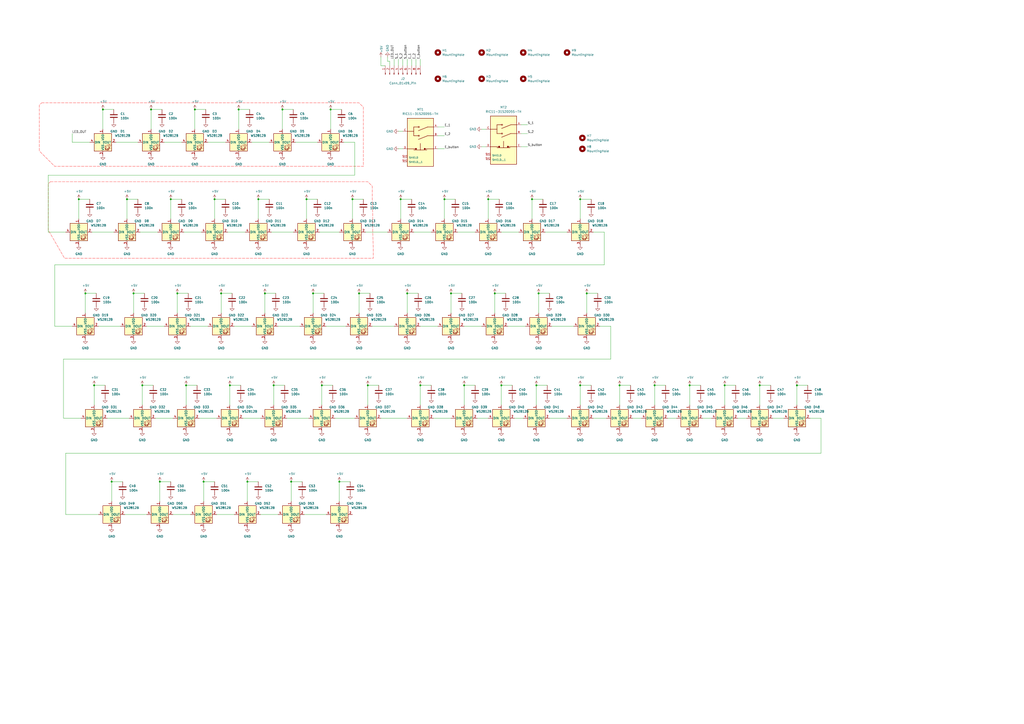
<source format=kicad_sch>
(kicad_sch (version 20250114) (generator "eeschema") (generator_version "9.0")
  (paper "A2")
  (junction (at 59.69 63.5))
  (junction (at 87.63 63.5))
  (junction (at 340.36 170.18))
  (junction (at 336.55 223.52))
  (junction (at 92.71 279.4))
  (junction (at 133.35 223.52))
  (junction (at 168.91 279.4))
  (junction (at 45.72 115.57))
  (junction (at 64.77 279.4))
  (junction (at 143.51 279.4))
  (junction (at 158.75 223.52))
  (junction (at 290.83 223.52))
  (junction (at 177.8 115.57))
  (junction (at 138.43 63.5))
  (junction (at 102.87 170.18))
  (junction (at 311.15 223.52))
  (junction (at 99.06 115.57))
  (junction (at 163.83 63.5))
  (junction (at 191.77 63.5))
  (junction (at 379.73 223.52))
  (junction (at 236.22 170.18))
  (junction (at 269.24 223.52))
  (junction (at 308.61 115.57))
  (junction (at 204.47 115.57))
  (junction (at 107.95 223.52))
  (junction (at 208.28 170.18))
  (junction (at 283.21 115.57))
  (junction (at 49.53 170.18))
  (junction (at 153.67 170.18))
  (junction (at 462.28 223.52))
  (junction (at 213.36 223.52))
  (junction (at 196.85 279.4))
  (junction (at 400.05 223.52))
  (junction (at 128.27 170.18))
  (junction (at 73.66 115.57))
  (junction (at 77.47 170.18))
  (junction (at 232.41 115.57))
  (junction (at 336.55 115.57))
  (junction (at 312.42 170.18))
  (junction (at 287.02 170.18))
  (junction (at 124.46 115.57))
  (junction (at 118.11 279.4))
  (junction (at 113.03 63.5))
  (junction (at 440.69 223.52))
  (junction (at 261.62 170.18))
  (junction (at 359.41 223.52))
  (junction (at 420.37 223.52))
  (junction (at 82.55 223.52))
  (junction (at 181.61 170.18))
  (junction (at 149.86 115.57))
  (junction (at 257.81 115.57))
  (junction (at 54.61 223.52))
  (junction (at 186.69 223.52))
  (junction (at 243.84 223.52))
  (wire (pts (xy 308.61 115.57) (xy 308.61 127)))
  (wire (pts (xy 158.75 223.52) (xy 158.75 234.95)))
  (wire (pts (xy 49.53 170.18) (xy 55.88 170.18)))
  (wire (pts (xy 64.77 279.4) (xy 64.77 290.83)))
  (wire (pts (xy 149.86 115.57) (xy 149.86 127)))
  (wire (pts (xy 31.75 189.23) (xy 41.91 189.23)))
  (wire (pts (xy 118.11 279.4) (xy 124.46 279.4)))
  (wire (pts (xy 87.63 63.5) (xy 87.63 74.93)))
  (wire (pts (xy 205.74 82.55) (xy 205.74 101.6)))
  (wire (pts (xy 157.48 134.62) (xy 170.18 134.62)))
  (wire (pts (xy 354.33 189.23) (xy 347.98 189.23)))
  (wire (pts (xy 149.86 115.57) (xy 156.21 115.57)))
  (wire (pts (xy 171.45 82.55) (xy 184.15 82.55)))
  (wire (pts (xy 290.83 223.52) (xy 297.18 223.52)))
  (wire (pts (xy 204.47 115.57) (xy 210.82 115.57)))
  (wire (pts (xy 107.95 223.52) (xy 107.95 234.95)))
  (wire (pts (xy 281.94 74.93) (xy 279.4 74.93)))
  (wire (pts (xy 168.91 279.4) (xy 168.91 290.83)))
  (wire (pts (xy 440.69 223.52) (xy 447.04 223.52)))
  (wire (pts (xy 420.37 223.52) (xy 426.72 223.52)))
  (wire (pts (xy 77.47 170.18) (xy 77.47 181.61)))
  (wire (pts (xy 194.31 242.57) (xy 205.74 242.57)))
  (wire (pts (xy 238.76 34.29) (xy 238.76 38.1)))
  (wire (pts (xy 54.61 223.52) (xy 60.96 223.52)))
  (wire (pts (xy 215.9 189.23) (xy 228.6 189.23)))
  (wire (pts (xy 240.03 134.62) (xy 250.19 134.62)))
  (wire (pts (xy 283.21 115.57) (xy 289.56 115.57)))
  (wire (pts (xy 476.25 242.57) (xy 469.9 242.57)))
  (wire (pts (xy 257.81 115.57) (xy 257.81 127)))
  (wire (pts (xy 340.36 170.18) (xy 340.36 181.61)))
  (wire (pts (xy 220.98 242.57) (xy 236.22 242.57)))
  (wire (pts (xy 269.24 223.52) (xy 275.59 223.52)))
  (wire (pts (xy 102.87 170.18) (xy 102.87 181.61)))
  (wire (pts (xy 163.83 63.5) (xy 163.83 74.93)))
  (wire (pts (xy 143.51 279.4) (xy 149.86 279.4)))
  (wire (pts (xy 38.1 298.45) (xy 57.15 298.45)))
  (wire (pts (xy 205.74 82.55) (xy 199.39 82.55)))
  (wire (pts (xy 168.91 279.4) (xy 175.26 279.4)))
  (wire (pts (xy 311.15 223.52) (xy 311.15 234.95)))
  (wire (pts (xy 336.55 115.57) (xy 336.55 127)))
  (wire (pts (xy 251.46 242.57) (xy 261.62 242.57)))
  (wire (pts (xy 67.31 82.55) (xy 80.01 82.55)))
  (wire (pts (xy 120.65 82.55) (xy 130.81 82.55)))
  (wire (pts (xy 87.63 63.5) (xy 93.98 63.5)))
  (wire (pts (xy 189.23 189.23) (xy 200.66 189.23)))
  (wire (pts (xy 257.81 78.74) (xy 254 78.74)))
  (wire (pts (xy 213.36 223.52) (xy 219.71 223.52)))
  (wire (pts (xy 231.14 34.29) (xy 231.14 38.1)))
  (wire (pts (xy 400.05 223.52) (xy 400.05 234.95)))
  (wire (pts (xy 181.61 170.18) (xy 187.96 170.18)))
  (wire (pts (xy 427.99 242.57) (xy 433.07 242.57)))
  (wire (pts (xy 99.06 115.57) (xy 105.41 115.57)))
  (wire (pts (xy 176.53 298.45) (xy 189.23 298.45)))
  (wire (pts (xy 41.91 82.55) (xy 52.07 82.55)))
  (wire (pts (xy 287.02 170.18) (xy 293.37 170.18)))
  (wire (pts (xy 41.91 77.47) (xy 41.91 82.55)))
  (wire (pts (xy 153.67 170.18) (xy 153.67 181.61)))
  (wire (pts (xy 95.25 82.55) (xy 105.41 82.55)))
  (wire (pts (xy 135.89 189.23) (xy 146.05 189.23)))
  (wire (pts (xy 72.39 298.45) (xy 85.09 298.45)))
  (wire (pts (xy 106.68 134.62) (xy 116.84 134.62)))
  (wire (pts (xy 340.36 170.18) (xy 346.71 170.18)))
  (wire (pts (xy 128.27 170.18) (xy 134.62 170.18)))
  (wire (pts (xy 153.67 170.18) (xy 160.02 170.18)))
  (wire (pts (xy 294.64 189.23) (xy 304.8 189.23)))
  (wire (pts (xy 100.33 298.45) (xy 110.49 298.45)))
  (wire (pts (xy 113.03 63.5) (xy 113.03 74.93)))
  (wire (pts (xy 281.94 85.09) (xy 279.4 85.09)))
  (wire (pts (xy 276.86 242.57) (xy 283.21 242.57)))
  (wire (pts (xy 27.94 101.6) (xy 27.94 134.62)))
  (wire (pts (xy 118.11 279.4) (xy 118.11 290.83)))
  (wire (pts (xy 90.17 242.57) (xy 100.33 242.57)))
  (wire (pts (xy 243.84 223.52) (xy 250.19 223.52)))
  (wire (pts (xy 125.73 298.45) (xy 135.89 298.45)))
  (wire (pts (xy 177.8 115.57) (xy 184.15 115.57)))
  (wire (pts (xy 350.52 153.67) (xy 31.75 153.67)))
  (wire (pts (xy 36.83 208.28) (xy 36.83 242.57)))
  (wire (pts (xy 236.22 34.29) (xy 236.22 38.1)))
  (wire (pts (xy 73.66 115.57) (xy 73.66 127)))
  (wire (pts (xy 163.83 63.5) (xy 170.18 63.5)))
  (wire (pts (xy 45.72 115.57) (xy 52.07 115.57)))
  (wire (pts (xy 110.49 189.23) (xy 120.65 189.23)))
  (wire (pts (xy 38.1 262.89) (xy 38.1 298.45)))
  (wire (pts (xy 124.46 115.57) (xy 130.81 115.57)))
  (wire (pts (xy 243.84 223.52) (xy 243.84 234.95)))
  (wire (pts (xy 440.69 223.52) (xy 440.69 234.95)))
  (wire (pts (xy 257.81 86.36) (xy 254 86.36)))
  (wire (pts (xy 31.75 153.67) (xy 31.75 189.23)))
  (wire (pts (xy 45.72 115.57) (xy 45.72 127)))
  (wire (pts (xy 205.74 101.6) (xy 27.94 101.6)))
  (wire (pts (xy 82.55 223.52) (xy 88.9 223.52)))
  (wire (pts (xy 336.55 223.52) (xy 342.9 223.52)))
  (wire (pts (xy 226.06 38.1) (xy 226.06 35.56)))
  (wire (pts (xy 318.77 242.57) (xy 328.93 242.57)))
  (wire (pts (xy 232.41 115.57) (xy 232.41 127)))
  (wire (pts (xy 316.23 134.62) (xy 328.93 134.62)))
  (wire (pts (xy 220.98 38.1) (xy 220.98 33.02)))
  (wire (pts (xy 223.52 38.1) (xy 220.98 38.1)))
  (wire (pts (xy 57.15 189.23) (xy 69.85 189.23)))
  (wire (pts (xy 138.43 63.5) (xy 138.43 74.93)))
  (wire (pts (xy 379.73 223.52) (xy 386.08 223.52)))
  (wire (pts (xy 269.24 223.52) (xy 269.24 234.95)))
  (wire (pts (xy 236.22 170.18) (xy 236.22 181.61)))
  (wire (pts (xy 367.03 242.57) (xy 372.11 242.57)))
  (wire (pts (xy 233.68 34.29) (xy 233.68 38.1)))
  (wire (pts (xy 53.34 134.62) (xy 66.04 134.62)))
  (wire (pts (xy 312.42 170.18) (xy 312.42 181.61)))
  (wire (pts (xy 185.42 134.62) (xy 196.85 134.62)))
  (wire (pts (xy 124.46 115.57) (xy 124.46 127)))
  (wire (pts (xy 233.68 76.2) (xy 231.14 76.2)))
  (wire (pts (xy 306.07 77.47) (xy 302.26 77.47)))
  (wire (pts (xy 27.94 134.62) (xy 38.1 134.62)))
  (wire (pts (xy 81.28 134.62) (xy 91.44 134.62)))
  (wire (pts (xy 36.83 242.57) (xy 46.99 242.57)))
  (wire (pts (xy 132.08 134.62) (xy 142.24 134.62)))
  (wire (pts (xy 224.79 35.56) (xy 224.79 33.02)))
  (wire (pts (xy 208.28 170.18) (xy 208.28 181.61)))
  (wire (pts (xy 161.29 189.23) (xy 173.99 189.23)))
  (wire (pts (xy 186.69 223.52) (xy 193.04 223.52)))
  (wire (pts (xy 143.51 279.4) (xy 143.51 290.83)))
  (wire (pts (xy 476.25 242.57) (xy 476.25 262.89)))
  (wire (pts (xy 196.85 279.4) (xy 203.2 279.4)))
  (wire (pts (xy 196.85 279.4) (xy 196.85 290.83)))
  (wire (pts (xy 236.22 170.18) (xy 242.57 170.18)))
  (wire (pts (xy 102.87 170.18) (xy 109.22 170.18)))
  (wire (pts (xy 73.66 115.57) (xy 80.01 115.57)))
  (wire (pts (xy 213.36 223.52) (xy 213.36 234.95)))
  (wire (pts (xy 181.61 170.18) (xy 181.61 181.61)))
  (wire (pts (xy 64.77 279.4) (xy 71.12 279.4)))
  (wire (pts (xy 115.57 242.57) (xy 125.73 242.57)))
  (wire (pts (xy 311.15 223.52) (xy 317.5 223.52)))
  (wire (pts (xy 59.69 63.5) (xy 59.69 74.93)))
  (wire (pts (xy 298.45 242.57) (xy 303.53 242.57)))
  (wire (pts (xy 312.42 170.18) (xy 318.77 170.18)))
  (wire (pts (xy 92.71 279.4) (xy 99.06 279.4)))
  (wire (pts (xy 287.02 170.18) (xy 287.02 181.61)))
  (wire (pts (xy 107.95 223.52) (xy 114.3 223.52)))
  (wire (pts (xy 228.6 34.29) (xy 228.6 38.1)))
  (wire (pts (xy 261.62 170.18) (xy 261.62 181.61)))
  (wire (pts (xy 265.43 134.62) (xy 275.59 134.62)))
  (wire (pts (xy 38.1 262.89) (xy 476.25 262.89)))
  (wire (pts (xy 308.61 115.57) (xy 314.96 115.57)))
  (wire (pts (xy 241.3 34.29) (xy 241.3 38.1)))
  (wire (pts (xy 336.55 223.52) (xy 336.55 234.95)))
  (wire (pts (xy 306.07 72.39) (xy 302.26 72.39)))
  (wire (pts (xy 462.28 223.52) (xy 462.28 234.95)))
  (wire (pts (xy 226.06 35.56) (xy 224.79 35.56)))
  (wire (pts (xy 212.09 134.62) (xy 224.79 134.62)))
  (wire (pts (xy 344.17 242.57) (xy 351.79 242.57)))
  (wire (pts (xy 232.41 115.57) (xy 238.76 115.57)))
  (wire (pts (xy 233.68 86.36) (xy 231.14 86.36)))
  (wire (pts (xy 407.67 242.57) (xy 412.75 242.57)))
  (wire (pts (xy 54.61 223.52) (xy 54.61 234.95)))
  (wire (pts (xy 379.73 223.52) (xy 379.73 234.95)))
  (wire (pts (xy 49.53 170.18) (xy 49.53 181.61)))
  (wire (pts (xy 191.77 63.5) (xy 191.77 74.93)))
  (wire (pts (xy 257.81 115.57) (xy 264.16 115.57)))
  (wire (pts (xy 243.84 34.29) (xy 243.84 38.1)))
  (wire (pts (xy 166.37 242.57) (xy 179.07 242.57)))
  (wire (pts (xy 77.47 170.18) (xy 83.82 170.18)))
  (wire (pts (xy 92.71 279.4) (xy 92.71 290.83)))
  (wire (pts (xy 113.03 63.5) (xy 119.38 63.5)))
  (wire (pts (xy 133.35 223.52) (xy 133.35 234.95)))
  (wire (pts (xy 320.04 189.23) (xy 332.74 189.23)))
  (wire (pts (xy 462.28 223.52) (xy 468.63 223.52)))
  (wire (pts (xy 359.41 223.52) (xy 365.76 223.52)))
  (wire (pts (xy 99.06 115.57) (xy 99.06 127)))
  (wire (pts (xy 336.55 115.57) (xy 342.9 115.57)))
  (wire (pts (xy 290.83 223.52) (xy 290.83 234.95)))
  (wire (pts (xy 454.66 242.57) (xy 448.31 242.57)))
  (wire (pts (xy 208.28 170.18) (xy 214.63 170.18)))
  (wire (pts (xy 128.27 170.18) (xy 128.27 181.61)))
  (wire (pts (xy 146.05 82.55) (xy 156.21 82.55)))
  (wire (pts (xy 177.8 115.57) (xy 177.8 127)))
  (wire (pts (xy 158.75 223.52) (xy 165.1 223.52)))
  (wire (pts (xy 59.69 63.5) (xy 66.04 63.5)))
  (wire (pts (xy 354.33 189.23) (xy 354.33 208.28)))
  (wire (pts (xy 420.37 223.52) (xy 420.37 234.95)))
  (wire (pts (xy 387.35 242.57) (xy 392.43 242.57)))
  (wire (pts (xy 151.13 298.45) (xy 161.29 298.45)))
  (wire (pts (xy 290.83 134.62) (xy 300.99 134.62)))
  (wire (pts (xy 133.35 223.52) (xy 139.7 223.52)))
  (wire (pts (xy 359.41 223.52) (xy 359.41 234.95)))
  (wire (pts (xy 283.21 115.57) (xy 283.21 127)))
  (wire (pts (xy 354.33 208.28) (xy 36.83 208.28)))
  (wire (pts (xy 257.81 73.66) (xy 254 73.66)))
  (wire (pts (xy 85.09 189.23) (xy 95.25 189.23)))
  (wire (pts (xy 138.43 63.5) (xy 144.78 63.5)))
  (wire (pts (xy 261.62 170.18) (xy 267.97 170.18)))
  (wire (pts (xy 204.47 115.57) (xy 204.47 127)))
  (wire (pts (xy 350.52 134.62) (xy 350.52 153.67)))
  (wire (pts (xy 306.07 85.09) (xy 302.26 85.09)))
  (wire (pts (xy 350.52 134.62) (xy 344.17 134.62)))
  (wire (pts (xy 191.77 63.5) (xy 198.12 63.5)))
  (wire (pts (xy 140.97 242.57) (xy 151.13 242.57)))
  (wire (pts (xy 62.23 242.57) (xy 74.93 242.57)))
  (wire (pts (xy 269.24 189.23) (xy 279.4 189.23)))
  (wire (pts (xy 186.69 223.52) (xy 186.69 234.95)))
  (wire (pts (xy 400.05 223.52) (xy 406.4 223.52)))
  (wire (pts (xy 243.84 189.23) (xy 254 189.23)))
  (wire (pts (xy 82.55 223.52) (xy 82.55 234.95)))
  (label "S_1" (at 231.14 34.29 90))
  (label "S_button" (at 306.07 85.09 0))
  (label "LED_OUT" (at 41.91 77.47 0))
  (label "S_button" (at 236.22 34.29 90))
  (label "S_1" (at 306.07 72.39 0))
  (label "E_button" (at 257.81 86.36 0))
  (label "S_2" (at 233.68 34.29 90))
  (label "E_1" (at 257.81 73.66 0))
  (label "E_button" (at 243.84 34.29 90))
  (label "E_2" (at 241.3 34.29 90))
  (label "LED_OUT" (at 228.6 34.29 90))
  (label "E_2" (at 257.81 78.74 0))
  (label "E_1" (at 238.76 34.29 90))
  (label "S_2" (at 306.07 77.47 0))
  (rule_area (polyline (pts (xy 24.13 59.69) (xy 208.28 59.69) (xy 210.82 62.23) (xy 210.82 96.52) (xy 31.75 96.52) (xy 22.86 87.63) (xy 22.86 60.96)) (stroke (width 0) (type dash))))
  (rule_area (polyline (pts (xy 29.21 105.41) (xy 213.36 105.41) (xy 215.9 107.95) (xy 216.535 149.86) (xy 37.465 149.86) (xy 27.94 133.35) (xy 27.94 106.68)) (stroke (width 0) (type dash))))
  (symbol (lib_id "LED:WS2812B") (at 82.55 242.57 0) (unit 1)
    (property "Reference" "D32" (at 93.98 236.1498 0))
    (property "Value" "WS2812B" (at 93.98 238.6898 0))
    (property "Footprint" "LED_SMD:LED_WS2812B_PLCC4_5.0x5.0mm_P3.2mm" (effects (hide yes)))
    (property "Datasheet" "https://cdn-shop.adafruit.com/datasheets/WS2812B.pdf" (effects (hide yes)))
    (property "Description" "RGB LED with integrated controller" (effects (hide yes)))
  )
  (symbol (lib_id "Device:C") (at 165.1 227.33 0) (unit 1)
    (property "Reference" "C35" (at 168.91 226.0599 0) (effects (justify left)))
    (property "Value" "100n" (at 168.91 228.5999 0) (effects (justify left)))
    (property "Footprint" "Capacitor_SMD:C_0402_1005Metric" (effects (hide yes)))
    (property "Description" "Unpolarized capacitor" (effects (hide yes)))
  )
  (symbol (lib_id "power:GND") (at 139.7 231.14 0) (unit 1)
    (property "Reference" "#PWR0102" (effects (hide yes)))
    (property "Value" "GND" (at 139.7 236.22 0))
    (property "Description" "Power symbol creates a global label with name \"GND\" , ground" (effects (hide yes)))
  )
  (symbol (lib_id "LED:WS2812B") (at 261.62 189.23 0) (unit 1)
    (property "Reference" "D27" (at 273.05 182.8098 0))
    (property "Value" "WS2812B" (at 273.05 185.3498 0))
    (property "Footprint" "LED_SMD:LED_WS2812B_PLCC4_5.0x5.0mm_P3.2mm" (effects (hide yes)))
    (property "Datasheet" "https://cdn-shop.adafruit.com/datasheets/WS2812B.pdf" (effects (hide yes)))
    (property "Description" "RGB LED with integrated controller" (effects (hide yes)))
  )
  (symbol (lib_id "power:GND") (at 279.4 74.93 270) (unit 1)
    (property "Reference" "#PWR0167" (effects (hide yes)))
    (property "Value" "GND" (at 274.32 74.93 90))
    (property "Description" "Power symbol creates a global label with name \"GND\" , ground" (effects (hide yes)))
  )
  (symbol (lib_id "Device:C") (at 426.72 227.33 0) (unit 1)
    (property "Reference" "C46" (at 430.53 226.0599 0) (effects (justify left)))
    (property "Value" "100n" (at 430.53 228.5999 0) (effects (justify left)))
    (property "Footprint" "Capacitor_SMD:C_0402_1005Metric" (effects (hide yes)))
    (property "Description" "Unpolarized capacitor" (effects (hide yes)))
  )
  (symbol (lib_id "Device:C") (at 267.97 173.99 0) (unit 1)
    (property "Reference" "C27" (at 271.78 172.7199 0) (effects (justify left)))
    (property "Value" "100n" (at 271.78 175.2599 0) (effects (justify left)))
    (property "Footprint" "Capacitor_SMD:C_0402_1005Metric" (effects (hide yes)))
    (property "Description" "Unpolarized capacitor" (effects (hide yes)))
  )
  (symbol (lib_id "power:GND") (at 264.16 123.19 0) (unit 1)
    (property "Reference" "#PWR045" (effects (hide yes)))
    (property "Value" "GND" (at 264.16 128.27 0))
    (property "Description" "Power symbol creates a global label with name \"GND\" , ground" (effects (hide yes)))
  )
  (symbol (lib_id "Device:C") (at 203.2 283.21 0) (unit 1)
    (property "Reference" "C54" (at 207.01 281.9399 0) (effects (justify left)))
    (property "Value" "100n" (at 207.01 284.4799 0) (effects (justify left)))
    (property "Footprint" "Capacitor_SMD:C_0402_1005Metric" (effects (hide yes)))
    (property "Description" "Unpolarized capacitor" (effects (hide yes)))
  )
  (symbol (lib_id "LED:WS2812B") (at 440.69 242.57 0) (unit 1)
    (property "Reference" "D47" (at 452.12 236.1498 0))
    (property "Value" "WS2812B" (at 452.12 238.6898 0))
    (property "Footprint" "LED_SMD:LED_WS2812B_PLCC4_5.0x5.0mm_P3.2mm" (effects (hide yes)))
    (property "Datasheet" "https://cdn-shop.adafruit.com/datasheets/WS2812B.pdf" (effects (hide yes)))
    (property "Description" "RGB LED with integrated controller" (effects (hide yes)))
  )
  (symbol (lib_id "LED:WS2812B") (at 204.47 134.62 0) (unit 1)
    (property "Reference" "D13" (at 215.9 128.1998 0))
    (property "Value" "WS2812B" (at 215.9 130.7398 0))
    (property "Footprint" "LED_SMD:LED_WS2812B_PLCC4_5.0x5.0mm_P3.2mm" (effects (hide yes)))
    (property "Datasheet" "https://cdn-shop.adafruit.com/datasheets/WS2812B.pdf" (effects (hide yes)))
    (property "Description" "RGB LED with integrated controller" (effects (hide yes)))
  )
  (symbol (lib_id "Device:C") (at 250.19 227.33 0) (unit 1)
    (property "Reference" "C38" (at 254 226.0599 0) (effects (justify left)))
    (property "Value" "100n" (at 254 228.5999 0) (effects (justify left)))
    (property "Footprint" "Capacitor_SMD:C_0402_1005Metric" (effects (hide yes)))
    (property "Description" "Unpolarized capacitor" (effects (hide yes)))
  )
  (symbol (lib_id "Mechanical:MountingHole") (at 337.82 80.01 0) (unit 1) (in_bom no)
    (property "Reference" "H7" (at 340.36 78.7399 0) (effects (justify left)))
    (property "Value" "MountingHole" (at 340.36 81.2799 0) (effects (justify left)))
    (property "Footprint" "MountingHole:ToolingHole_1.152mm" (effects (hide yes)))
    (property "Description" "Mounting Hole without connection" (effects (hide yes)))
  )
  (symbol (lib_id "power:+5V") (at 311.15 223.52 0) (unit 1)
    (property "Reference" "#PWR0115" (effects (hide yes)))
    (property "Value" "+5V" (at 311.404 218.948 0))
    (property "Description" "Power symbol creates a global label with name \"+5V\"" (effects (hide yes)))
  )
  (symbol (lib_id "Device:C") (at 170.18 67.31 0) (unit 1)
    (property "Reference" "C5" (at 173.99 66.0399 0) (effects (justify left)))
    (property "Value" "100n" (at 173.99 68.5799 0) (effects (justify left)))
    (property "Footprint" "Capacitor_SMD:C_0402_1005Metric" (effects (hide yes)))
    (property "Description" "Unpolarized capacitor" (effects (hide yes)))
  )
  (symbol (lib_id "power:+5V") (at 138.43 63.5 0) (unit 1)
    (property "Reference" "#PWR010" (effects (hide yes)))
    (property "Value" "+5V" (at 138.684 58.928 0))
    (property "Description" "Power symbol creates a global label with name \"+5V\"" (effects (hide yes)))
  )
  (symbol (lib_id "LED:WS2812B") (at 283.21 134.62 0) (unit 1)
    (property "Reference" "D16" (at 294.64 128.1998 0))
    (property "Value" "WS2812B" (at 294.64 130.7398 0))
    (property "Footprint" "LED_SMD:LED_WS2812B_PLCC4_5.0x5.0mm_P3.2mm" (effects (hide yes)))
    (property "Datasheet" "https://cdn-shop.adafruit.com/datasheets/WS2812B.pdf" (effects (hide yes)))
    (property "Description" "RGB LED with integrated controller" (effects (hide yes)))
  )
  (symbol (lib_id "Device:C") (at 109.22 173.99 0) (unit 1)
    (property "Reference" "C21" (at 113.03 172.7199 0) (effects (justify left)))
    (property "Value" "100n" (at 113.03 175.2599 0) (effects (justify left)))
    (property "Footprint" "Capacitor_SMD:C_0402_1005Metric" (effects (hide yes)))
    (property "Description" "Unpolarized capacitor" (effects (hide yes)))
  )
  (symbol (lib_id "LED:WS2812B") (at 99.06 134.62 0) (unit 1)
    (property "Reference" "D9" (at 110.49 128.1998 0))
    (property "Value" "WS2812B" (at 110.49 130.7398 0))
    (property "Footprint" "LED_SMD:LED_WS2812B_PLCC4_5.0x5.0mm_P3.2mm" (effects (hide yes)))
    (property "Datasheet" "https://cdn-shop.adafruit.com/datasheets/WS2812B.pdf" (effects (hide yes)))
    (property "Description" "RGB LED with integrated controller" (effects (hide yes)))
  )
  (symbol (lib_id "LED:WS2812B") (at 308.61 134.62 0) (unit 1)
    (property "Reference" "D17" (at 320.04 128.1998 0))
    (property "Value" "WS2812B" (at 320.04 130.7398 0))
    (property "Footprint" "LED_SMD:LED_WS2812B_PLCC4_5.0x5.0mm_P3.2mm" (effects (hide yes)))
    (property "Datasheet" "https://cdn-shop.adafruit.com/datasheets/WS2812B.pdf" (effects (hide yes)))
    (property "Description" "RGB LED with integrated controller" (effects (hide yes)))
  )
  (symbol (lib_id "power:GND") (at 232.41 142.24 0) (unit 1)
    (property "Reference" "#PWR041" (effects (hide yes)))
    (property "Value" "GND" (at 232.41 147.32 0))
    (property "Description" "Power symbol creates a global label with name \"GND\" , ground" (effects (hide yes)))
  )
  (symbol (lib_id "power:GND") (at 177.8 142.24 0) (unit 1)
    (property "Reference" "#PWR035" (effects (hide yes)))
    (property "Value" "GND" (at 177.8 147.32 0))
    (property "Description" "Power symbol creates a global label with name \"GND\" , ground" (effects (hide yes)))
  )
  (symbol (lib_id "power:+5V") (at 113.03 63.5 0) (unit 1)
    (property "Reference" "#PWR07" (effects (hide yes)))
    (property "Value" "+5V" (at 113.284 58.928 0))
    (property "Description" "Power symbol creates a global label with name \"+5V\"" (effects (hide yes)))
  )
  (symbol (lib_id "Device:C") (at 346.71 173.99 0) (unit 1)
    (property "Reference" "C30" (at 350.52 172.7199 0) (effects (justify left)))
    (property "Value" "100n" (at 350.52 175.2599 0) (effects (justify left)))
    (property "Footprint" "Capacitor_SMD:C_0402_1005Metric" (effects (hide yes)))
    (property "Description" "Unpolarized capacitor" (effects (hide yes)))
  )
  (symbol (lib_id "LED:WS2812B") (at 59.69 82.55 0) (unit 1)
    (property "Reference" "D1" (at 71.12 76.1298 0))
    (property "Value" "WS2812B" (at 71.12 78.6698 0))
    (property "Footprint" "LED_SMD:LED_WS2812B_PLCC4_5.0x5.0mm_P3.2mm" (effects (hide yes)))
    (property "Datasheet" "https://cdn-shop.adafruit.com/datasheets/WS2812B.pdf" (effects (hide yes)))
    (property "Description" "RGB LED with integrated controller" (effects (hide yes)))
  )
  (symbol (lib_id "Device:C") (at 468.63 227.33 0) (unit 1)
    (property "Reference" "C48" (at 472.44 226.0599 0) (effects (justify left)))
    (property "Value" "100n" (at 472.44 228.5999 0) (effects (justify left)))
    (property "Footprint" "Capacitor_SMD:C_0402_1005Metric" (effects (hide yes)))
    (property "Description" "Unpolarized capacitor" (effects (hide yes)))
  )
  (symbol (lib_id "power:GND") (at 290.83 250.19 0) (unit 1)
    (property "Reference" "#PWR0132" (effects (hide yes)))
    (property "Value" "GND" (at 290.83 255.27 0))
    (property "Description" "Power symbol creates a global label with name \"GND\" , ground" (effects (hide yes)))
  )
  (symbol (lib_id "Device:C") (at 193.04 227.33 0) (unit 1)
    (property "Reference" "C36" (at 196.85 226.0599 0) (effects (justify left)))
    (property "Value" "100n" (at 196.85 228.5999 0) (effects (justify left)))
    (property "Footprint" "Capacitor_SMD:C_0402_1005Metric" (effects (hide yes)))
    (property "Description" "Unpolarized capacitor" (effects (hide yes)))
  )
  (symbol (lib_id "Device:C") (at 149.86 283.21 0) (unit 1)
    (property "Reference" "C52" (at 153.67 281.9399 0) (effects (justify left)))
    (property "Value" "100n" (at 153.67 284.4799 0) (effects (justify left)))
    (property "Footprint" "Capacitor_SMD:C_0402_1005Metric" (effects (hide yes)))
    (property "Description" "Unpolarized capacitor" (effects (hide yes)))
  )
  (symbol (lib_id "power:GND") (at 118.11 306.07 0) (unit 1)
    (property "Reference" "#PWR0145" (effects (hide yes)))
    (property "Value" "GND" (at 118.11 311.15 0))
    (property "Description" "Power symbol creates a global label with name \"GND\" , ground" (effects (hide yes)))
  )
  (symbol (lib_id "Device:C") (at 156.21 119.38 0) (unit 1)
    (property "Reference" "C11" (at 160.02 118.1099 0) (effects (justify left)))
    (property "Value" "100n" (at 160.02 120.6499 0) (effects (justify left)))
    (property "Footprint" "Capacitor_SMD:C_0402_1005Metric" (effects (hide yes)))
    (property "Description" "Unpolarized capacitor" (effects (hide yes)))
  )
  (symbol (lib_id "LED:WS2812B") (at 257.81 134.62 0) (unit 1)
    (property "Reference" "D15" (at 269.24 128.1998 0))
    (property "Value" "WS2812B" (at 269.24 130.7398 0))
    (property "Footprint" "LED_SMD:LED_WS2812B_PLCC4_5.0x5.0mm_P3.2mm" (effects (hide yes)))
    (property "Datasheet" "https://cdn-shop.adafruit.com/datasheets/WS2812B.pdf" (effects (hide yes)))
    (property "Description" "RGB LED with integrated controller" (effects (hide yes)))
  )
  (symbol (lib_id "power:GND") (at 77.47 196.85 0) (unit 1)
    (property "Reference" "#PWR059" (effects (hide yes)))
    (property "Value" "GND" (at 77.47 201.93 0))
    (property "Description" "Power symbol creates a global label with name \"GND\" , ground" (effects (hide yes)))
  )
  (symbol (lib_id "power:+5V") (at 82.55 223.52 0) (unit 1)
    (property "Reference" "#PWR094" (effects (hide yes)))
    (property "Value" "+5V" (at 82.804 218.948 0))
    (property "Description" "Power symbol creates a global label with name \"+5V\"" (effects (hide yes)))
  )
  (symbol (lib_id "power:GND") (at 165.1 231.14 0) (unit 1)
    (property "Reference" "#PWR0105" (effects (hide yes)))
    (property "Value" "GND" (at 165.1 236.22 0))
    (property "Description" "Power symbol creates a global label with name \"GND\" , ground" (effects (hide yes)))
  )
  (symbol (lib_id "power:GND") (at 447.04 231.14 0) (unit 1)
    (property "Reference" "#PWR0129" (effects (hide yes)))
    (property "Value" "GND" (at 447.04 236.22 0))
    (property "Description" "Power symbol creates a global label with name \"GND\" , ground" (effects (hide yes)))
  )
  (symbol (lib_id "power:GND") (at 170.18 71.12 0) (unit 1)
    (property "Reference" "#PWR015" (effects (hide yes)))
    (property "Value" "GND" (at 170.18 76.2 0))
    (property "Description" "Power symbol creates a global label with name \"GND\" , ground" (effects (hide yes)))
  )
  (symbol (lib_id "Device:C") (at 184.15 119.38 0) (unit 1)
    (property "Reference" "C12" (at 187.96 118.1099 0) (effects (justify left)))
    (property "Value" "100n" (at 187.96 120.6499 0) (effects (justify left)))
    (property "Footprint" "Capacitor_SMD:C_0402_1005Metric" (effects (hide yes)))
    (property "Description" "Unpolarized capacitor" (effects (hide yes)))
  )
  (symbol (lib_id "power:+5V") (at 181.61 170.18 0) (unit 1)
    (property "Reference" "#PWR070" (effects (hide yes)))
    (property "Value" "+5V" (at 181.864 165.608 0))
    (property "Description" "Power symbol creates a global label with name \"+5V\"" (effects (hide yes)))
  )
  (symbol (lib_id "Device:C") (at 365.76 227.33 0) (unit 1)
    (property "Reference" "C43" (at 369.57 226.0599 0) (effects (justify left)))
    (property "Value" "100n" (at 369.57 228.5999 0) (effects (justify left)))
    (property "Footprint" "Capacitor_SMD:C_0402_1005Metric" (effects (hide yes)))
    (property "Description" "Unpolarized capacitor" (effects (hide yes)))
  )
  (symbol (lib_id "power:+5V") (at 213.36 223.52 0) (unit 1)
    (property "Reference" "#PWR0109" (effects (hide yes)))
    (property "Value" "+5V" (at 213.614 218.948 0))
    (property "Description" "Power symbol creates a global label with name \"+5V\"" (effects (hide yes)))
  )
  (symbol (lib_id "power:+5V") (at 149.86 115.57 0) (unit 1)
    (property "Reference" "#PWR031" (effects (hide yes)))
    (property "Value" "+5V" (at 150.114 110.998 0))
    (property "Description" "Power symbol creates a global label with name \"+5V\"" (effects (hide yes)))
  )
  (symbol (lib_id "LED:WS2812B") (at 290.83 242.57 0) (unit 1)
    (property "Reference" "D40" (at 302.26 236.1498 0))
    (property "Value" "WS2812B" (at 302.26 238.6898 0))
    (property "Footprint" "LED_SMD:LED_WS2812B_PLCC4_5.0x5.0mm_P3.2mm" (effects (hide yes)))
    (property "Datasheet" "https://cdn-shop.adafruit.com/datasheets/WS2812B.pdf" (effects (hide yes)))
    (property "Description" "RGB LED with integrated controller" (effects (hide yes)))
  )
  (symbol (lib_id "power:GND") (at 346.71 177.8 0) (unit 1)
    (property "Reference" "#PWR090" (effects (hide yes)))
    (property "Value" "GND" (at 346.71 182.88 0))
    (property "Description" "Power symbol creates a global label with name \"GND\" , ground" (effects (hide yes)))
  )
  (symbol (lib_id "Device:C") (at 238.76 119.38 0) (unit 1)
    (property "Reference" "C14" (at 242.57 118.1099 0) (effects (justify left)))
    (property "Value" "100n" (at 242.57 120.6499 0) (effects (justify left)))
    (property "Footprint" "Capacitor_SMD:C_0402_1005Metric" (effects (hide yes)))
    (property "Description" "Unpolarized capacitor" (effects (hide yes)))
  )
  (symbol (lib_id "Device:C") (at 99.06 283.21 0) (unit 1)
    (property "Reference" "C50" (at 102.87 281.9399 0) (effects (justify left)))
    (property "Value" "100n" (at 102.87 284.4799 0) (effects (justify left)))
    (property "Footprint" "Capacitor_SMD:C_0402_1005Metric" (effects (hide yes)))
    (property "Description" "Unpolarized capacitor" (effects (hide yes)))
  )
  (symbol (lib_id "LED:WS2812B") (at 133.35 242.57 0) (unit 1)
    (property "Reference" "D34" (at 144.78 236.1498 0))
    (property "Value" "WS2812B" (at 144.78 238.6898 0))
    (property "Footprint" "LED_SMD:LED_WS2812B_PLCC4_5.0x5.0mm_P3.2mm" (effects (hide yes)))
    (property "Datasheet" "https://cdn-shop.adafruit.com/datasheets/WS2812B.pdf" (effects (hide yes)))
    (property "Description" "RGB LED with integrated controller" (effects (hide yes)))
  )
  (symbol (lib_id "power:+5V") (at 236.22 170.18 0) (unit 1)
    (property "Reference" "#PWR076" (effects (hide yes)))
    (property "Value" "+5V" (at 236.474 165.608 0))
    (property "Description" "Power symbol creates a global label with name \"+5V\"" (effects (hide yes)))
  )
  (symbol (lib_id "Device:C") (at 66.04 67.31 0) (unit 1)
    (property "Reference" "C1" (at 69.85 66.0399 0) (effects (justify left)))
    (property "Value" "100n" (at 69.85 68.5799 0) (effects (justify left)))
    (property "Footprint" "Capacitor_SMD:C_0402_1005Metric" (effects (hide yes)))
    (property "Description" "Unpolarized capacitor" (effects (hide yes)))
  )
  (symbol (lib_id "Device:C") (at 71.12 283.21 0) (unit 1)
    (property "Reference" "C49" (at 74.93 281.9399 0) (effects (justify left)))
    (property "Value" "100n" (at 74.93 284.4799 0) (effects (justify left)))
    (property "Footprint" "Capacitor_SMD:C_0402_1005Metric" (effects (hide yes)))
    (property "Description" "Unpolarized capacitor" (effects (hide yes)))
  )
  (symbol (lib_id "power:GND") (at 267.97 177.8 0) (unit 1)
    (property "Reference" "#PWR081" (effects (hide yes)))
    (property "Value" "GND" (at 267.97 182.88 0))
    (property "Description" "Power symbol creates a global label with name \"GND\" , ground" (effects (hide yes)))
  )
  (symbol (lib_id "power:GND") (at 113.03 90.17 0) (unit 1)
    (property "Reference" "#PWR08" (effects (hide yes)))
    (property "Value" "GND" (at 113.03 95.25 0))
    (property "Description" "Power symbol creates a global label with name \"GND\" , ground" (effects (hide yes)))
  )
  (symbol (lib_id "Mechanical:MountingHole") (at 337.82 86.36 0) (unit 1) (in_bom no)
    (property "Reference" "H8" (at 340.36 85.0899 0) (effects (justify left)))
    (property "Value" "MountingHole" (at 340.36 87.6299 0) (effects (justify left)))
    (property "Footprint" "MountingHole:ToolingHole_1.152mm" (effects (hide yes)))
    (property "Description" "Mounting Hole without connection" (effects (hide yes)))
  )
  (symbol (lib_id "power:+5V") (at 232.41 115.57 0) (unit 1)
    (property "Reference" "#PWR040" (effects (hide yes)))
    (property "Value" "+5V" (at 232.664 110.998 0))
    (property "Description" "Power symbol creates a global label with name \"+5V\"" (effects (hide yes)))
  )
  (symbol (lib_id "power:GND") (at 243.84 250.19 0) (unit 1)
    (property "Reference" "#PWR0126" (effects (hide yes)))
    (property "Value" "GND" (at 243.84 255.27 0))
    (property "Description" "Power symbol creates a global label with name \"GND\" , ground" (effects (hide yes)))
  )
  (symbol (lib_id "power:GND") (at 342.9 123.19 0) (unit 1)
    (property "Reference" "#PWR054" (effects (hide yes)))
    (property "Value" "GND" (at 342.9 128.27 0))
    (property "Description" "Power symbol creates a global label with name \"GND\" , ground" (effects (hide yes)))
  )
  (symbol (lib_id "Device:C") (at 447.04 227.33 0) (unit 1)
    (property "Reference" "C47" (at 450.85 226.0599 0) (effects (justify left)))
    (property "Value" "100n" (at 450.85 228.5999 0) (effects (justify left)))
    (property "Footprint" "Capacitor_SMD:C_0402_1005Metric" (effects (hide yes)))
    (property "Description" "Unpolarized capacitor" (effects (hide yes)))
  )
  (symbol (lib_id "power:+5V") (at 54.61 223.52 0) (unit 1)
    (property "Reference" "#PWR091" (effects (hide yes)))
    (property "Value" "+5V" (at 54.864 218.948 0))
    (property "Description" "Power symbol creates a global label with name \"+5V\"" (effects (hide yes)))
  )
  (symbol (lib_id "power:GND") (at 124.46 287.02 0) (unit 1)
    (property "Reference" "#PWR0147" (effects (hide yes)))
    (property "Value" "GND" (at 124.46 292.1 0))
    (property "Description" "Power symbol creates a global label with name \"GND\" , ground" (effects (hide yes)))
  )
  (symbol (lib_id "power:GND") (at 149.86 142.24 0) (unit 1)
    (property "Reference" "#PWR032" (effects (hide yes)))
    (property "Value" "GND" (at 149.86 147.32 0))
    (property "Description" "Power symbol creates a global label with name \"GND\" , ground" (effects (hide yes)))
  )
  (symbol (lib_id "power:GND") (at 144.78 71.12 0) (unit 1)
    (property "Reference" "#PWR012" (effects (hide yes)))
    (property "Value" "GND" (at 144.78 76.2 0))
    (property "Description" "Power symbol creates a global label with name \"GND\" , ground" (effects (hide yes)))
  )
  (symbol (lib_id "power:+5V") (at 92.71 279.4 0) (unit 1)
    (property "Reference" "#PWR0136" (effects (hide yes)))
    (property "Value" "+5V" (at 92.964 274.828 0))
    (property "Description" "Power symbol creates a global label with name \"+5V\"" (effects (hide yes)))
  )
  (symbol (lib_id "power:+5V") (at 261.62 170.18 0) (unit 1)
    (property "Reference" "#PWR079" (effects (hide yes)))
    (property "Value" "+5V" (at 261.874 165.608 0))
    (property "Description" "Power symbol creates a global label with name \"+5V\"" (effects (hide yes)))
  )
  (symbol (lib_id "power:+5V") (at 191.77 63.5 0) (unit 1)
    (property "Reference" "#PWR016" (effects (hide yes)))
    (property "Value" "+5V" (at 192.024 58.928 0))
    (property "Description" "Power symbol creates a global label with name \"+5V\"" (effects (hide yes)))
  )
  (symbol (lib_id "Device:C") (at 93.98 67.31 0) (unit 1)
    (property "Reference" "C2" (at 97.79 66.0399 0) (effects (justify left)))
    (property "Value" "100n" (at 97.79 68.5799 0) (effects (justify left)))
    (property "Footprint" "Capacitor_SMD:C_0402_1005Metric" (effects (hide yes)))
    (property "Description" "Unpolarized capacitor" (effects (hide yes)))
  )
  (symbol (lib_id "power:GND") (at 386.08 231.14 0) (unit 1)
    (property "Reference" "#PWR0146" (effects (hide yes)))
    (property "Value" "GND" (at 386.08 236.22 0))
    (property "Description" "Power symbol creates a global label with name \"GND\" , ground" (effects (hide yes)))
  )
  (symbol (lib_id "Device:C") (at 105.41 119.38 0) (unit 1)
    (property "Reference" "C9" (at 109.22 118.1099 0) (effects (justify left)))
    (property "Value" "100n" (at 109.22 120.6499 0) (effects (justify left)))
    (property "Footprint" "Capacitor_SMD:C_0402_1005Metric" (effects (hide yes)))
    (property "Description" "Unpolarized capacitor" (effects (hide yes)))
  )
  (symbol (lib_id "power:GND") (at 99.06 142.24 0) (unit 1)
    (property "Reference" "#PWR026" (effects (hide yes)))
    (property "Value" "GND" (at 99.06 147.32 0))
    (property "Description" "Power symbol creates a global label with name \"GND\" , ground" (effects (hide yes)))
  )
  (symbol (lib_id "power:+5V") (at 308.61 115.57 0) (unit 1)
    (property "Reference" "#PWR049" (effects (hide yes)))
    (property "Value" "+5V" (at 308.864 110.998 0))
    (property "Description" "Power symbol creates a global label with name \"+5V\"" (effects (hide yes)))
  )
  (symbol (lib_id "power:GND") (at 149.86 287.02 0) (unit 1)
    (property "Reference" "#PWR0153" (effects (hide yes)))
    (property "Value" "GND" (at 149.86 292.1 0))
    (property "Description" "Power symbol creates a global label with name \"GND\" , ground" (effects (hide yes)))
  )
  (symbol (lib_id "Device:C") (at 55.88 173.99 0) (unit 1)
    (property "Reference" "C19" (at 59.69 172.7199 0) (effects (justify left)))
    (property "Value" "100n" (at 59.69 175.2599 0) (effects (justify left)))
    (property "Footprint" "Capacitor_SMD:C_0402_1005Metric" (effects (hide yes)))
    (property "Description" "Unpolarized capacitor" (effects (hide yes)))
  )
  (symbol (lib_id "LED:WS2812B") (at 153.67 189.23 0) (unit 1)
    (property "Reference" "D23" (at 165.1 182.8098 0))
    (property "Value" "WS2812B" (at 165.1 185.3498 0))
    (property "Footprint" "LED_SMD:LED_WS2812B_PLCC4_5.0x5.0mm_P3.2mm" (effects (hide yes)))
    (property "Datasheet" "https://cdn-shop.adafruit.com/datasheets/WS2812B.pdf" (effects (hide yes)))
    (property "Description" "RGB LED with integrated controller" (effects (hide yes)))
  )
  (symbol (lib_id "power:GND") (at 71.12 287.02 0) (unit 1)
    (property "Reference" "#PWR0135" (effects (hide yes)))
    (property "Value" "GND" (at 71.12 292.1 0))
    (property "Description" "Power symbol creates a global label with name \"GND\" , ground" (effects (hide yes)))
  )
  (symbol (lib_id "power:+5V") (at 287.02 170.18 0) (unit 1)
    (property "Reference" "#PWR082" (effects (hide yes)))
    (property "Value" "+5V" (at 287.274 165.608 0))
    (property "Description" "Power symbol creates a global label with name \"+5V\"" (effects (hide yes)))
  )
  (symbol (lib_id "power:GND") (at 82.55 250.19 0) (unit 1)
    (property "Reference" "#PWR095" (effects (hide yes)))
    (property "Value" "GND" (at 82.55 255.27 0))
    (property "Description" "Power symbol creates a global label with name \"GND\" , ground" (effects (hide yes)))
  )
  (symbol (lib_id "power:GND") (at 80.01 123.19 0) (unit 1)
    (property "Reference" "#PWR024" (effects (hide yes)))
    (property "Value" "GND" (at 80.01 128.27 0))
    (property "Description" "Power symbol creates a global label with name \"GND\" , ground" (effects (hide yes)))
  )
  (symbol (lib_id "power:GND") (at 198.12 71.12 0) (unit 1)
    (property "Reference" "#PWR018" (effects (hide yes)))
    (property "Value" "GND" (at 198.12 76.2 0))
    (property "Description" "Power symbol creates a global label with name \"GND\" , ground" (effects (hide yes)))
  )
  (symbol (lib_id "power:+5V") (at 102.87 170.18 0) (unit 1)
    (property "Reference" "#PWR061" (effects (hide yes)))
    (property "Value" "+5V" (at 103.124 165.608 0))
    (property "Description" "Power symbol creates a global label with name \"+5V\"" (effects (hide yes)))
  )
  (symbol (lib_id "Device:C") (at 80.01 119.38 0) (unit 1)
    (property "Reference" "C8" (at 83.82 118.1099 0) (effects (justify left)))
    (property "Value" "100n" (at 83.82 120.6499 0) (effects (justify left)))
    (property "Footprint" "Capacitor_SMD:C_0402_1005Metric" (effects (hide yes)))
    (property "Description" "Unpolarized capacitor" (effects (hide yes)))
  )
  (symbol (lib_id "power:GND") (at 130.81 123.19 0) (unit 1)
    (property "Reference" "#PWR030" (effects (hide yes)))
    (property "Value" "GND" (at 130.81 128.27 0))
    (property "Description" "Power symbol creates a global label with name \"GND\" , ground" (effects (hide yes)))
  )
  (symbol (lib_id "LED:WS2812B") (at 462.28 242.57 0) (unit 1)
    (property "Reference" "D48" (at 473.71 236.1498 0))
    (property "Value" "WS2812B" (at 473.71 238.6898 0))
    (property "Footprint" "LED_SMD:LED_WS2812B_PLCC4_5.0x5.0mm_P3.2mm" (effects (hide yes)))
    (property "Datasheet" "https://cdn-shop.adafruit.com/datasheets/WS2812B.pdf" (effects (hide yes)))
    (property "Description" "RGB LED with integrated controller" (effects (hide yes)))
  )
  (symbol (lib_id "LED:WS2812B") (at 312.42 189.23 0) (unit 1)
    (property "Reference" "D29" (at 323.85 182.8098 0))
    (property "Value" "WS2812B" (at 323.85 185.3498 0))
    (property "Footprint" "LED_SMD:LED_WS2812B_PLCC4_5.0x5.0mm_P3.2mm" (effects (hide yes)))
    (property "Datasheet" "https://cdn-shop.adafruit.com/datasheets/WS2812B.pdf" (effects (hide yes)))
    (property "Description" "RGB LED with integrated controller" (effects (hide yes)))
  )
  (symbol (lib_id "LED:WS2812B") (at 236.22 189.23 0) (unit 1)
    (property "Reference" "D26" (at 247.65 182.8098 0))
    (property "Value" "WS2812B" (at 247.65 185.3498 0))
    (property "Footprint" "LED_SMD:LED_WS2812B_PLCC4_5.0x5.0mm_P3.2mm" (effects (hide yes)))
    (property "Datasheet" "https://cdn-shop.adafruit.com/datasheets/WS2812B.pdf" (effects (hide yes)))
    (property "Description" "RGB LED with integrated controller" (effects (hide yes)))
  )
  (symbol (lib_id "power:+5V") (at 124.46 115.57 0) (unit 1)
    (property "Reference" "#PWR028" (effects (hide yes)))
    (property "Value" "+5V" (at 124.714 110.998 0))
    (property "Description" "Power symbol creates a global label with name \"+5V\"" (effects (hide yes)))
  )
  (symbol (lib_id "power:+5V") (at 340.36 170.18 0) (unit 1)
    (property "Reference" "#PWR088" (effects (hide yes)))
    (property "Value" "+5V" (at 340.614 165.608 0))
    (property "Description" "Power symbol creates a global label with name \"+5V\"" (effects (hide yes)))
  )
  (symbol (lib_id "LED:WS2812B") (at 359.41 242.57 0) (unit 1)
    (property "Reference" "D43" (at 370.84 236.1498 0))
    (property "Value" "WS2812B" (at 370.84 238.6898 0))
    (property "Footprint" "LED_SMD:LED_WS2812B_PLCC4_5.0x5.0mm_P3.2mm" (effects (hide yes)))
    (property "Datasheet" "https://cdn-shop.adafruit.com/datasheets/WS2812B.pdf" (effects (hide yes)))
    (property "Description" "RGB LED with integrated controller" (effects (hide yes)))
  )
  (symbol (lib_id "Mechanical:MountingHole") (at 328.93 30.48 0) (unit 1) (in_bom no)
    (property "Reference" "H9" (at 331.47 29.2099 0) (effects (justify left)))
    (property "Value" "MountingHole" (at 331.47 31.7499 0) (effects (justify left)))
    (property "Footprint" "MountingHole:MountingHole_3.2mm_M3_Pad" (effects (hide yes)))
    (property "Description" "Mounting Hole without connection" (effects (hide yes)))
  )
  (symbol (lib_id "power:+5V") (at 77.47 170.18 0) (unit 1)
    (property "Reference" "#PWR058" (effects (hide yes)))
    (property "Value" "+5V" (at 77.724 165.608 0))
    (property "Description" "Power symbol creates a global label with name \"+5V\"" (effects (hide yes)))
  )
  (symbol (lib_id "Device:C") (at 198.12 67.31 0) (unit 1)
    (property "Reference" "C6" (at 201.93 66.0399 0) (effects (justify left)))
    (property "Value" "100n" (at 201.93 68.5799 0) (effects (justify left)))
    (property "Footprint" "Capacitor_SMD:C_0402_1005Metric" (effects (hide yes)))
    (property "Description" "Unpolarized capacitor" (effects (hide yes)))
  )
  (symbol (lib_id "power:GND") (at 379.73 250.19 0) (unit 1)
    (property "Reference" "#PWR0144" (effects (hide yes)))
    (property "Value" "GND" (at 379.73 255.27 0))
    (property "Description" "Power symbol creates a global label with name \"GND\" , ground" (effects (hide yes)))
  )
  (symbol (lib_id "power:+5V") (at 204.47 115.57 0) (unit 1)
    (property "Reference" "#PWR037" (effects (hide yes)))
    (property "Value" "+5V" (at 204.724 110.998 0))
    (property "Description" "Power symbol creates a global label with name \"+5V\"" (effects (hide yes)))
  )
  (symbol (lib_id "power:GND") (at 59.69 90.17 0) (unit 1)
    (property "Reference" "#PWR02" (effects (hide yes)))
    (property "Value" "GND" (at 59.69 95.25 0))
    (property "Description" "Power symbol creates a global label with name \"GND\" , ground" (effects (hide yes)))
  )
  (symbol (lib_id "power:GND") (at 214.63 177.8 0) (unit 1)
    (property "Reference" "#PWR075" (effects (hide yes)))
    (property "Value" "GND" (at 214.63 182.88 0))
    (property "Description" "Power symbol creates a global label with name \"GND\" , ground" (effects (hide yes)))
  )
  (symbol (lib_id "LED:WS2812B") (at 54.61 242.57 0) (unit 1)
    (property "Reference" "D31" (at 66.04 236.1498 0))
    (property "Value" "WS2812B" (at 66.04 238.6898 0))
    (property "Footprint" "LED_SMD:LED_WS2812B_PLCC4_5.0x5.0mm_P3.2mm" (effects (hide yes)))
    (property "Datasheet" "https://cdn-shop.adafruit.com/datasheets/WS2812B.pdf" (effects (hide yes)))
    (property "Description" "RGB LED with integrated controller" (effects (hide yes)))
  )
  (symbol (lib_id "LED:WS2812B") (at 45.72 134.62 0) (unit 1)
    (property "Reference" "D7" (at 57.15 128.1998 0))
    (property "Value" "WS2812B" (at 57.15 130.7398 0))
    (property "Footprint" "LED_SMD:LED_WS2812B_PLCC4_5.0x5.0mm_P3.2mm" (effects (hide yes)))
    (property "Datasheet" "https://cdn-shop.adafruit.com/datasheets/WS2812B.pdf" (effects (hide yes)))
    (property "Description" "RGB LED with integrated controller" (effects (hide yes)))
  )
  (symbol (lib_id "power:+5V") (at 359.41 223.52 0) (unit 1)
    (property "Reference" "#PWR0118" (effects (hide yes)))
    (property "Value" "+5V" (at 359.664 218.948 0))
    (property "Description" "Power symbol creates a global label with name \"+5V\"" (effects (hide yes)))
  )
  (symbol (lib_id "power:+5V") (at 283.21 115.57 0) (unit 1)
    (property "Reference" "#PWR046" (effects (hide yes)))
    (property "Value" "+5V" (at 283.464 110.998 0))
    (property "Description" "Power symbol creates a global label with name \"+5V\"" (effects (hide yes)))
  )
  (symbol (lib_id "Device:C") (at 275.59 227.33 0) (unit 1)
    (property "Reference" "C39" (at 279.4 226.0599 0) (effects (justify left)))
    (property "Value" "100n" (at 279.4 228.5999 0) (effects (justify left)))
    (property "Footprint" "Capacitor_SMD:C_0402_1005Metric" (effects (hide yes)))
    (property "Description" "Unpolarized capacitor" (effects (hide yes)))
  )
  (symbol (lib_id "power:+5V") (at 290.83 223.52 0) (unit 1)
    (property "Reference" "#PWR0131" (effects (hide yes)))
    (property "Value" "+5V" (at 291.084 218.948 0))
    (property "Description" "Power symbol creates a global label with name \"+5V\"" (effects (hide yes)))
  )
  (symbol (lib_id "LED:WS2812B") (at 269.24 242.57 0) (unit 1)
    (property "Reference" "D39" (at 280.67 236.1498 0))
    (property "Value" "WS2812B" (at 280.67 238.6898 0))
    (property "Footprint" "LED_SMD:LED_WS2812B_PLCC4_5.0x5.0mm_P3.2mm" (effects (hide yes)))
    (property "Datasheet" "https://cdn-shop.adafruit.com/datasheets/WS2812B.pdf" (effects (hide yes)))
    (property "Description" "RGB LED with integrated controller" (effects (hide yes)))
  )
  (symbol (lib_id "LED:WS2812B") (at 379.73 242.57 0) (unit 1)
    (property "Reference" "D44" (at 391.16 236.1498 0))
    (property "Value" "WS2812B" (at 391.16 238.6898 0))
    (property "Footprint" "LED_SMD:LED_WS2812B_PLCC4_5.0x5.0mm_P3.2mm" (effects (hide yes)))
    (property "Datasheet" "https://cdn-shop.adafruit.com/datasheets/WS2812B.pdf" (effects (hide yes)))
    (property "Description" "RGB LED with integrated controller" (effects (hide yes)))
  )
  (symbol (lib_id "Device:C") (at 160.02 173.99 0) (unit 1)
    (property "Reference" "C23" (at 163.83 172.7199 0) (effects (justify left)))
    (property "Value" "100n" (at 163.83 175.2599 0) (effects (justify left)))
    (property "Footprint" "Capacitor_SMD:C_0402_1005Metric" (effects (hide yes)))
    (property "Description" "Unpolarized capacitor" (effects (hide yes)))
  )
  (symbol (lib_id "power:GND") (at 133.35 250.19 0) (unit 1)
    (property "Reference" "#PWR0101" (effects (hide yes)))
    (property "Value" "GND" (at 133.35 255.27 0))
    (property "Description" "Power symbol creates a global label with name \"GND\" , ground" (effects (hide yes)))
  )
  (symbol (lib_id "Device:C") (at 88.9 227.33 0) (unit 1)
    (property "Reference" "C32" (at 92.71 226.0599 0) (effects (justify left)))
    (property "Value" "100n" (at 92.71 228.5999 0) (effects (justify left)))
    (property "Footprint" "Capacitor_SMD:C_0402_1005Metric" (effects (hide yes)))
    (property "Description" "Unpolarized capacitor" (effects (hide yes)))
  )
  (symbol (lib_id "LED:WS2812B") (at 177.8 134.62 0) (unit 1)
    (property "Reference" "D12" (at 189.23 128.1998 0))
    (property "Value" "WS2812B" (at 189.23 130.7398 0))
    (property "Footprint" "LED_SMD:LED_WS2812B_PLCC4_5.0x5.0mm_P3.2mm" (effects (hide yes)))
    (property "Datasheet" "https://cdn-shop.adafruit.com/datasheets/WS2812B.pdf" (effects (hide yes)))
    (property "Description" "RGB LED with integrated controller" (effects (hide yes)))
  )
  (symbol (lib_id "power:GND") (at 365.76 231.14 0) (unit 1)
    (property "Reference" "#PWR0120" (effects (hide yes)))
    (property "Value" "GND" (at 365.76 236.22 0))
    (property "Description" "Power symbol creates a global label with name \"GND\" , ground" (effects (hide yes)))
  )
  (symbol (lib_id "power:GND") (at 88.9 231.14 0) (unit 1)
    (property "Reference" "#PWR096" (effects (hide yes)))
    (property "Value" "GND" (at 88.9 236.22 0))
    (property "Description" "Power symbol creates a global label with name \"GND\" , ground" (effects (hide yes)))
  )
  (symbol (lib_id "LED:WS2812B") (at 143.51 298.45 0) (unit 1)
    (property "Reference" "D52" (at 154.94 292.0298 0))
    (property "Value" "WS2812B" (at 154.94 294.5698 0))
    (property "Footprint" "LED_SMD:LED_WS2812B_PLCC4_5.0x5.0mm_P3.2mm" (effects (hide yes)))
    (property "Datasheet" "https://cdn-shop.adafruit.com/datasheets/WS2812B.pdf" (effects (hide yes)))
    (property "Description" "RGB LED with integrated controller" (effects (hide yes)))
  )
  (symbol (lib_id "power:+5V") (at 269.24 223.52 0) (unit 1)
    (property "Reference" "#PWR0112" (effects (hide yes)))
    (property "Value" "+5V" (at 269.494 218.948 0))
    (property "Description" "Power symbol creates a global label with name \"+5V\"" (effects (hide yes)))
  )
  (symbol (lib_id "LED:WS2812B") (at 138.43 82.55 0) (unit 1)
    (property "Reference" "D4" (at 149.86 76.1298 0))
    (property "Value" "WS2812B" (at 149.86 78.6698 0))
    (property "Footprint" "LED_SMD:LED_WS2812B_PLCC4_5.0x5.0mm_P3.2mm" (effects (hide yes)))
    (property "Datasheet" "https://cdn-shop.adafruit.com/datasheets/WS2812B.pdf" (effects (hide yes)))
    (property "Description" "RGB LED with integrated controller" (effects (hide yes)))
  )
  (symbol (lib_id "power:GND") (at 73.66 142.24 0) (unit 1)
    (property "Reference" "#PWR023" (effects (hide yes)))
    (property "Value" "GND" (at 73.66 147.32 0))
    (property "Description" "Power symbol creates a global label with name \"GND\" , ground" (effects (hide yes)))
  )
  (symbol (lib_id "Device:C") (at 52.07 119.38 0) (unit 1)
    (property "Reference" "C7" (at 55.88 118.1099 0) (effects (justify left)))
    (property "Value" "100n" (at 55.88 120.6499 0) (effects (justify left)))
    (property "Footprint" "Capacitor_SMD:C_0402_1005Metric" (effects (hide yes)))
    (property "Description" "Unpolarized capacitor" (effects (hide yes)))
  )
  (symbol (lib_id "Device:C") (at 214.63 173.99 0) (unit 1)
    (property "Reference" "C25" (at 218.44 172.7199 0) (effects (justify left)))
    (property "Value" "100n" (at 218.44 175.2599 0) (effects (justify left)))
    (property "Footprint" "Capacitor_SMD:C_0402_1005Metric" (effects (hide yes)))
    (property "Description" "Unpolarized capacitor" (effects (hide yes)))
  )
  (symbol (lib_id "power:GND") (at 311.15 250.19 0) (unit 1)
    (property "Reference" "#PWR0116" (effects (hide yes)))
    (property "Value" "GND" (at 311.15 255.27 0))
    (property "Description" "Power symbol creates a global label with name \"GND\" , ground" (effects (hide yes)))
  )
  (symbol (lib_id "Device:C") (at 83.82 173.99 0) (unit 1)
    (property "Reference" "C20" (at 87.63 172.7199 0) (effects (justify left)))
    (property "Value" "100n" (at 87.63 175.2599 0) (effects (justify left)))
    (property "Footprint" "Capacitor_SMD:C_0402_1005Metric" (effects (hide yes)))
    (property "Description" "Unpolarized capacitor" (effects (hide yes)))
  )
  (symbol (lib_id "Mechanical:MountingHole") (at 303.53 45.72 0) (unit 1) (in_bom no)
    (property "Reference" "H5" (at 306.07 44.4499 0) (effects (justify left)))
    (property "Value" "MountingHole" (at 306.07 46.9899 0) (effects (justify left)))
    (property "Footprint" "MountingHole:MountingHole_3.2mm_M3_Pad" (effects (hide yes)))
    (property "Description" "Mounting Hole without connection" (effects (hide yes)))
  )
  (symbol (lib_id "power:+5V") (at 462.28 223.52 0) (unit 1)
    (property "Reference" "#PWR0155" (effects (hide yes)))
    (property "Value" "+5V" (at 462.534 218.948 0))
    (property "Description" "Power symbol creates a global label with name \"+5V\"" (effects (hide yes)))
  )
  (symbol (lib_id "LED:WS2812B") (at 102.87 189.23 0) (unit 1)
    (property "Reference" "D21" (at 114.3 182.8098 0))
    (property "Value" "WS2812B" (at 114.3 185.3498 0))
    (property "Footprint" "LED_SMD:LED_WS2812B_PLCC4_5.0x5.0mm_P3.2mm" (effects (hide yes)))
    (property "Datasheet" "https://cdn-shop.adafruit.com/datasheets/WS2812B.pdf" (effects (hide yes)))
    (property "Description" "RGB LED with integrated controller" (effects (hide yes)))
  )
  (symbol (lib_id "LED:WS2812B") (at 181.61 189.23 0) (unit 1)
    (property "Reference" "D24" (at 193.04 182.8098 0))
    (property "Value" "WS2812B" (at 193.04 185.3498 0))
    (property "Footprint" "LED_SMD:LED_WS2812B_PLCC4_5.0x5.0mm_P3.2mm" (effects (hide yes)))
    (property "Datasheet" "https://cdn-shop.adafruit.com/datasheets/WS2812B.pdf" (effects (hide yes)))
    (property "Description" "RGB LED with integrated controller" (effects (hide yes)))
  )
  (symbol (lib_id "Device:C") (at 134.62 173.99 0) (unit 1)
    (property "Reference" "C22" (at 138.43 172.7199 0) (effects (justify left)))
    (property "Value" "100n" (at 138.43 175.2599 0) (effects (justify left)))
    (property "Footprint" "Capacitor_SMD:C_0402_1005Metric" (effects (hide yes)))
    (property "Description" "Unpolarized capacitor" (effects (hide yes)))
  )
  (symbol (lib_id "power:GND") (at 468.63 231.14 0) (unit 1)
    (property "Reference" "#PWR0158" (effects (hide yes)))
    (property "Value" "GND" (at 468.63 236.22 0))
    (property "Description" "Power symbol creates a global label with name \"GND\" , ground" (effects (hide yes)))
  )
  (symbol (lib_id "Mechanical:MountingHole") (at 254 30.48 0) (unit 1) (in_bom no)
    (property "Reference" "H1" (at 256.54 29.2099 0) (effects (justify left)))
    (property "Value" "MountingHole" (at 256.54 31.7499 0) (effects (justify left)))
    (property "Footprint" "MountingHole:MountingHole_3.2mm_M3_Pad" (effects (hide yes)))
    (property "Description" "Mounting Hole without connection" (effects (hide yes)))
  )
  (symbol (lib_id "power:GND") (at 314.96 123.19 0) (unit 1)
    (property "Reference" "#PWR051" (effects (hide yes)))
    (property "Value" "GND" (at 314.96 128.27 0))
    (property "Description" "Power symbol creates a global label with name \"GND\" , ground" (effects (hide yes)))
  )
  (symbol (lib_id "power:+5V") (at 87.63 63.5 0) (unit 1)
    (property "Reference" "#PWR04" (effects (hide yes)))
    (property "Value" "+5V" (at 87.884 58.928 0))
    (property "Description" "Power symbol creates a global label with name \"+5V\"" (effects (hide yes)))
  )
  (symbol (lib_id "power:GND") (at 138.43 90.17 0) (unit 1)
    (property "Reference" "#PWR011" (effects (hide yes)))
    (property "Value" "GND" (at 138.43 95.25 0))
    (property "Description" "Power symbol creates a global label with name \"GND\" , ground" (effects (hide yes)))
  )
  (symbol (lib_id "power:GND") (at 134.62 177.8 0) (unit 1)
    (property "Reference" "#PWR066" (effects (hide yes)))
    (property "Value" "GND" (at 134.62 182.88 0))
    (property "Description" "Power symbol creates a global label with name \"GND\" , ground" (effects (hide yes)))
  )
  (symbol (lib_id "Device:C") (at 144.78 67.31 0) (unit 1)
    (property "Reference" "C4" (at 148.59 66.0399 0) (effects (justify left)))
    (property "Value" "100n" (at 148.59 68.5799 0) (effects (justify left)))
    (property "Footprint" "Capacitor_SMD:C_0402_1005Metric" (effects (hide yes)))
    (property "Description" "Unpolarized capacitor" (effects (hide yes)))
  )
  (symbol (lib_id "power:GND") (at 426.72 231.14 0) (unit 1)
    (property "Reference" "#PWR0152" (effects (hide yes)))
    (property "Value" "GND" (at 426.72 236.22 0))
    (property "Description" "Power symbol creates a global label with name \"GND\" , ground" (effects (hide yes)))
  )
  (symbol (lib_id "LED:WS2812B") (at 107.95 242.57 0) (unit 1)
    (property "Reference" "D33" (at 119.38 236.1498 0))
    (property "Value" "WS2812B" (at 119.38 238.6898 0))
    (property "Footprint" "LED_SMD:LED_WS2812B_PLCC4_5.0x5.0mm_P3.2mm" (effects (hide yes)))
    (property "Datasheet" "https://cdn-shop.adafruit.com/datasheets/WS2812B.pdf" (effects (hide yes)))
    (property "Description" "RGB LED with integrated controller" (effects (hide yes)))
  )
  (symbol (lib_id "power:+5V") (at 168.91 279.4 0) (unit 1)
    (property "Reference" "#PWR0154" (effects (hide yes)))
    (property "Value" "+5V" (at 169.164 274.828 0))
    (property "Description" "Power symbol creates a global label with name \"+5V\"" (effects (hide yes)))
  )
  (symbol (lib_id "power:GND") (at 203.2 287.02 0) (unit 1)
    (property "Reference" "#PWR0164" (effects (hide yes)))
    (property "Value" "GND" (at 203.2 292.1 0))
    (property "Description" "Power symbol creates a global label with name \"GND\" , ground" (effects (hide yes)))
  )
  (symbol (lib_id "2223-RIC11-31S20D5S-TH-ND:RIC11-31S20D5S-TH") (at 292.1 80.01 0) (unit 1)
    (property "Reference" "MT2" (at 292.1 62.23 0))
    (property "Value" "RIC11-31S20D5S-TH" (at 292.1 64.77 0))
    (property "Footprint" "RIC11_31S20D5S_TH:XDCR_RIC11-31S20D5S-TH" (effects (hide yes)))
    (property "PARTREV" "1.01" (effects (hide yes)))
    (property "MANUFACTURER" "Same Sky" (effects (hide yes)))
    (property "MAXIMUM_PACKAGE_HEIGHT" "14.8mm" (effects (hide yes)))
    (property "STANDARD" "Manufacturer Recommendations" (effects (hide yes)))
  )
  (symbol (lib_id "power:+5V") (at 257.81 115.57 0) (unit 1)
    (property "Reference" "#PWR043" (effects (hide yes)))
    (property "Value" "+5V" (at 258.064 110.998 0))
    (property "Description" "Power symbol creates a global label with name \"+5V\"" (effects (hide yes)))
  )
  (symbol (lib_id "LED:WS2812B") (at 113.03 82.55 0) (unit 1)
    (property "Reference" "D3" (at 124.46 76.1298 0))
    (property "Value" "WS2812B" (at 124.46 78.6698 0))
    (property "Footprint" "LED_SMD:LED_WS2812B_PLCC4_5.0x5.0mm_P3.2mm" (effects (hide yes)))
    (property "Datasheet" "https://cdn-shop.adafruit.com/datasheets/WS2812B.pdf" (effects (hide yes)))
    (property "Description" "RGB LED with integrated controller" (effects (hide yes)))
  )
  (symbol (lib_id "power:GND") (at 153.67 196.85 0) (unit 1)
    (property "Reference" "#PWR068" (effects (hide yes)))
    (property "Value" "GND" (at 153.67 201.93 0))
    (property "Description" "Power symbol creates a global label with name \"GND\" , ground" (effects (hide yes)))
  )
  (symbol (lib_id "power:GND") (at 317.5 231.14 0) (unit 1)
    (property "Reference" "#PWR0117" (effects (hide yes)))
    (property "Value" "GND" (at 317.5 236.22 0))
    (property "Description" "Power symbol creates a global label with name \"GND\" , ground" (effects (hide yes)))
  )
  (symbol (lib_id "power:+5V") (at 107.95 223.52 0) (unit 1)
    (property "Reference" "#PWR097" (effects (hide yes)))
    (property "Value" "+5V" (at 108.204 218.948 0))
    (property "Description" "Power symbol creates a global label with name \"+5V\"" (effects (hide yes)))
  )
  (symbol (lib_id "Mechanical:MountingHole") (at 279.4 30.48 0) (unit 1) (in_bom no)
    (property "Reference" "H2" (at 281.94 29.2099 0) (effects (justify left)))
    (property "Value" "MountingHole" (at 281.94 31.7499 0) (effects (justify left)))
    (property "Footprint" "MountingHole:MountingHole_3.2mm_M3_Pad" (effects (hide yes)))
    (property "Description" "Mounting Hole without connection" (effects (hide yes)))
  )
  (symbol (lib_id "power:GND") (at 231.14 86.36 270) (unit 1)
    (property "Reference" "#PWR0166" (effects (hide yes)))
    (property "Value" "GND" (at 226.06 86.36 90))
    (property "Description" "Power symbol creates a global label with name \"GND\" , ground" (effects (hide yes)))
  )
  (symbol (lib_id "Device:C") (at 342.9 119.38 0) (unit 1)
    (property "Reference" "C18" (at 346.71 118.1099 0) (effects (justify left)))
    (property "Value" "100n" (at 346.71 120.6499 0) (effects (justify left)))
    (property "Footprint" "Capacitor_SMD:C_0402_1005Metric" (effects (hide yes)))
    (property "Description" "Unpolarized capacitor" (effects (hide yes)))
  )
  (symbol (lib_id "power:GND") (at 99.06 287.02 0) (unit 1)
    (property "Reference" "#PWR0141" (effects (hide yes)))
    (property "Value" "GND" (at 99.06 292.1 0))
    (property "Description" "Power symbol creates a global label with name \"GND\" , ground" (effects (hide yes)))
  )
  (symbol (lib_id "power:GND") (at 289.56 123.19 0) (unit 1)
    (property "Reference" "#PWR048" (effects (hide yes)))
    (property "Value" "GND" (at 289.56 128.27 0))
    (property "Description" "Power symbol creates a global label with name \"GND\" , ground" (effects (hide yes)))
  )
  (symbol (lib_id "power:+5V") (at 49.53 170.18 0) (unit 1)
    (property "Reference" "#PWR055" (effects (hide yes)))
    (property "Value" "+5V" (at 49.784 165.608 0))
    (property "Description" "Power symbol creates a global label with name \"+5V\"" (effects (hide yes)))
  )
  (symbol (lib_id "power:GND") (at 156.21 123.19 0) (unit 1)
    (property "Reference" "#PWR033" (effects (hide yes)))
    (property "Value" "GND" (at 156.21 128.27 0))
    (property "Description" "Power symbol creates a global label with name \"GND\" , ground" (effects (hide yes)))
  )
  (symbol (lib_id "Device:C") (at 175.26 283.21 0) (unit 1)
    (property "Reference" "C53" (at 179.07 281.9399 0) (effects (justify left)))
    (property "Value" "100n" (at 179.07 284.4799 0) (effects (justify left)))
    (property "Footprint" "Capacitor_SMD:C_0402_1005Metric" (effects (hide yes)))
    (property "Description" "Unpolarized capacitor" (effects (hide yes)))
  )
  (symbol (lib_id "power:+5V") (at 59.69 63.5 0) (unit 1)
    (property "Reference" "#PWR01" (effects (hide yes)))
    (property "Value" "+5V" (at 59.944 58.928 0))
    (property "Description" "Power symbol creates a global label with name \"+5V\"" (effects (hide yes)))
  )
  (symbol (lib_id "Device:C") (at 60.96 227.33 0) (unit 1)
    (property "Reference" "C31" (at 64.77 226.0599 0) (effects (justify left)))
    (property "Value" "100n" (at 64.77 228.5999 0) (effects (justify left)))
    (property "Footprint" "Capacitor_SMD:C_0402_1005Metric" (effects (hide yes)))
    (property "Description" "Unpolarized capacitor" (effects (hide yes)))
  )
  (symbol (lib_id "power:GND") (at 187.96 177.8 0) (unit 1)
    (property "Reference" "#PWR072" (effects (hide yes)))
    (property "Value" "GND" (at 187.96 182.88 0))
    (property "Description" "Power symbol creates a global label with name \"GND\" , ground" (effects (hide yes)))
  )
  (symbol (lib_id "Device:C") (at 187.96 173.99 0) (unit 1)
    (property "Reference" "C24" (at 191.77 172.7199 0) (effects (justify left)))
    (property "Value" "100n" (at 191.77 175.2599 0) (effects (justify left)))
    (property "Footprint" "Capacitor_SMD:C_0402_1005Metric" (effects (hide yes)))
    (property "Description" "Unpolarized capacitor" (effects (hide yes)))
  )
  (symbol (lib_id "power:+5V") (at 336.55 115.57 0) (unit 1)
    (property "Reference" "#PWR052" (effects (hide yes)))
    (property "Value" "+5V" (at 336.804 110.998 0))
    (property "Description" "Power symbol creates a global label with name \"+5V\"" (effects (hide yes)))
  )
  (symbol (lib_id "power:GND") (at 261.62 196.85 0) (unit 1)
    (property "Reference" "#PWR080" (effects (hide yes)))
    (property "Value" "GND" (at 261.62 201.93 0))
    (property "Description" "Power symbol creates a global label with name \"GND\" , ground" (effects (hide yes)))
  )
  (symbol (lib_id "LED:WS2812B") (at 336.55 134.62 0) (unit 1)
    (property "Reference" "D18" (at 347.98 128.1998 0))
    (property "Value" "WS2812B" (at 347.98 130.7398 0))
    (property "Footprint" "LED_SMD:LED_WS2812B_PLCC4_5.0x5.0mm_P3.2mm" (effects (hide yes)))
    (property "Datasheet" "https://cdn-shop.adafruit.com/datasheets/WS2812B.pdf" (effects (hide yes)))
    (property "Description" "RGB LED with integrated controller" (effects (hide yes)))
  )
  (symbol (lib_id "power:+5V") (at 440.69 223.52 0) (unit 1)
    (property "Reference" "#PWR0124" (effects (hide yes)))
    (property "Value" "+5V" (at 440.944 218.948 0))
    (property "Description" "Power symbol creates a global label with name \"+5V\"" (effects (hide yes)))
  )
  (symbol (lib_id "power:GND") (at 420.37 250.19 0) (unit 1)
    (property "Reference" "#PWR0150" (effects (hide yes)))
    (property "Value" "GND" (at 420.37 255.27 0))
    (property "Description" "Power symbol creates a global label with name \"GND\" , ground" (effects (hide yes)))
  )
  (symbol (lib_id "Device:C") (at 317.5 227.33 0) (unit 1)
    (property "Reference" "C41" (at 321.31 226.0599 0) (effects (justify left)))
    (property "Value" "100n" (at 321.31 228.5999 0) (effects (justify left)))
    (property "Footprint" "Capacitor_SMD:C_0402_1005Metric" (effects (hide yes)))
    (property "Description" "Unpolarized capacitor" (effects (hide yes)))
  )
  (symbol (lib_id "power:GND") (at 231.14 76.2 270) (unit 1)
    (property "Reference" "#PWR0165" (effects (hide yes)))
    (property "Value" "GND" (at 226.06 76.2 90))
    (property "Description" "Power symbol creates a global label with name \"GND\" , ground" (effects (hide yes)))
  )
  (symbol (lib_id "power:GND") (at 107.95 250.19 0) (unit 1)
    (property "Reference" "#PWR098" (effects (hide yes)))
    (property "Value" "GND" (at 107.95 255.27 0))
    (property "Description" "Power symbol creates a global label with name \"GND\" , ground" (effects (hide yes)))
  )
  (symbol (lib_id "power:GND") (at 359.41 250.19 0) (unit 1)
    (property "Reference" "#PWR0119" (effects (hide yes)))
    (property "Value" "GND" (at 359.41 255.27 0))
    (property "Description" "Power symbol creates a global label with name \"GND\" , ground" (effects (hide yes)))
  )
  (symbol (lib_id "Device:C") (at 210.82 119.38 0) (unit 1)
    (property "Reference" "C13" (at 214.63 118.1099 0) (effects (justify left)))
    (property "Value" "100n" (at 214.63 120.6499 0) (effects (justify left)))
    (property "Footprint" "Capacitor_SMD:C_0402_1005Metric" (effects (hide yes)))
    (property "Description" "Unpolarized capacitor" (effects (hide yes)))
  )
  (symbol (lib_id "power:+5V") (at 400.05 223.52 0) (unit 1)
    (property "Reference" "#PWR0121" (effects (hide yes)))
    (property "Value" "+5V" (at 400.304 218.948 0))
    (property "Description" "Power symbol creates a global label with name \"+5V\"" (effects (hide yes)))
  )
  (symbol (lib_id "power:GND") (at 102.87 196.85 0) (unit 1)
    (property "Reference" "#PWR062" (effects (hide yes)))
    (property "Value" "GND" (at 102.87 201.93 0))
    (property "Description" "Power symbol creates a global label with name \"GND\" , ground" (effects (hide yes)))
  )
  (symbol (lib_id "Device:C") (at 314.96 119.38 0) (unit 1)
    (property "Reference" "C17" (at 318.77 118.1099 0) (effects (justify left)))
    (property "Value" "100n" (at 318.77 120.6499 0) (effects (justify left)))
    (property "Footprint" "Capacitor_SMD:C_0402_1005Metric" (effects (hide yes)))
    (property "Description" "Unpolarized capacitor" (effects (hide yes)))
  )
  (symbol (lib_id "Device:C") (at 219.71 227.33 0) (unit 1)
    (property "Reference" "C37" (at 223.52 226.0599 0) (effects (justify left)))
    (property "Value" "100n" (at 223.52 228.5999 0) (effects (justify left)))
    (property "Footprint" "Capacitor_SMD:C_0402_1005Metric" (effects (hide yes)))
    (property "Description" "Unpolarized capacitor" (effects (hide yes)))
  )
  (symbol (lib_id "LED:WS2812B") (at 213.36 242.57 0) (unit 1)
    (property "Reference" "D37" (at 224.79 236.1498 0))
    (property "Value" "WS2812B" (at 224.79 238.6898 0))
    (property "Footprint" "LED_SMD:LED_WS2812B_PLCC4_5.0x5.0mm_P3.2mm" (effects (hide yes)))
    (property "Datasheet" "https://cdn-shop.adafruit.com/datasheets/WS2812B.pdf" (effects (hide yes)))
    (property "Description" "RGB LED with integrated controller" (effects (hide yes)))
  )
  (symbol (lib_id "Device:C") (at 289.56 119.38 0) (unit 1)
    (property "Reference" "C16" (at 293.37 118.1099 0) (effects (justify left)))
    (property "Value" "100n" (at 293.37 120.6499 0) (effects (justify left)))
    (property "Footprint" "Capacitor_SMD:C_0402_1005Metric" (effects (hide yes)))
    (property "Description" "Unpolarized capacitor" (effects (hide yes)))
  )
  (symbol (lib_id "LED:WS2812B") (at 311.15 242.57 0) (unit 1)
    (property "Reference" "D41" (at 322.58 236.1498 0))
    (property "Value" "WS2812B" (at 322.58 238.6898 0))
    (property "Footprint" "LED_SMD:LED_WS2812B_PLCC4_5.0x5.0mm_P3.2mm" (effects (hide yes)))
    (property "Datasheet" "https://cdn-shop.adafruit.com/datasheets/WS2812B.pdf" (effects (hide yes)))
    (property "Description" "RGB LED with integrated controller" (effects (hide yes)))
  )
  (symbol (lib_id "power:+5V") (at 379.73 223.52 0) (unit 1)
    (property "Reference" "#PWR0143" (effects (hide yes)))
    (property "Value" "+5V" (at 379.984 218.948 0))
    (property "Description" "Power symbol creates a global label with name \"+5V\"" (effects (hide yes)))
  )
  (symbol (lib_id "power:GND") (at 210.82 123.19 0) (unit 1)
    (property "Reference" "#PWR039" (effects (hide yes)))
    (property "Value" "GND" (at 210.82 128.27 0))
    (property "Description" "Power symbol creates a global label with name \"GND\" , ground" (effects (hide yes)))
  )
  (symbol (lib_id "LED:WS2812B") (at 124.46 134.62 0) (unit 1)
    (property "Reference" "D10" (at 135.89 128.1998 0))
    (property "Value" "WS2812B" (at 135.89 130.7398 0))
    (property "Footprint" "LED_SMD:LED_WS2812B_PLCC4_5.0x5.0mm_P3.2mm" (effects (hide yes)))
    (property "Datasheet" "https://cdn-shop.adafruit.com/datasheets/WS2812B.pdf" (effects (hide yes)))
    (property "Description" "RGB LED with integrated controller" (effects (hide yes)))
  )
  (symbol (lib_id "LED:WS2812B") (at 340.36 189.23 0) (unit 1)
    (property "Reference" "D30" (at 351.79 182.8098 0))
    (property "Value" "WS2812B" (at 351.79 185.3498 0))
    (property "Footprint" "LED_SMD:LED_WS2812B_PLCC4_5.0x5.0mm_P3.2mm" (effects (hide yes)))
    (property "Datasheet" "https://cdn-shop.adafruit.com/datasheets/WS2812B.pdf" (effects (hide yes)))
    (property "Description" "RGB LED with integrated controller" (effects (hide yes)))
  )
  (symbol (lib_id "power:GND") (at 318.77 177.8 0) (unit 1)
    (property "Reference" "#PWR087" (effects (hide yes)))
    (property "Value" "GND" (at 318.77 182.88 0))
    (property "Description" "Power symbol creates a global label with name \"GND\" , ground" (effects (hide yes)))
  )
  (symbol (lib_id "power:GND") (at 283.21 142.24 0) (unit 1)
    (property "Reference" "#PWR047" (effects (hide yes)))
    (property "Value" "GND" (at 283.21 147.32 0))
    (property "Description" "Power symbol creates a global label with name \"GND\" , ground" (effects (hide yes)))
  )
  (symbol (lib_id "power:+5V") (at 158.75 223.52 0) (unit 1)
    (property "Reference" "#PWR0103" (effects (hide yes)))
    (property "Value" "+5V" (at 159.004 218.948 0))
    (property "Description" "Power symbol creates a global label with name \"+5V\"" (effects (hide yes)))
  )
  (symbol (lib_id "power:GND") (at 204.47 142.24 0) (unit 1)
    (property "Reference" "#PWR038" (effects (hide yes)))
    (property "Value" "GND" (at 204.47 147.32 0))
    (property "Description" "Power symbol creates a global label with name \"GND\" , ground" (effects (hide yes)))
  )
  (symbol (lib_id "power:GND") (at 293.37 177.8 0) (unit 1)
    (property "Reference" "#PWR084" (effects (hide yes)))
    (property "Value" "GND" (at 293.37 182.88 0))
    (property "Description" "Power symbol creates a global label with name \"GND\" , ground" (effects (hide yes)))
  )
  (symbol (lib_id "power:GND") (at 109.22 177.8 0) (unit 1)
    (property "Reference" "#PWR063" (effects (hide yes)))
    (property "Value" "GND" (at 109.22 182.88 0))
    (property "Description" "Power symbol creates a global label with name \"GND\" , ground" (effects (hide yes)))
  )
  (symbol (lib_id "Mechanical:MountingHole") (at 303.53 30.48 0) (unit 1) (in_bom no)
    (property "Reference" "H4" (at 306.07 29.2099 0) (effects (justify left)))
    (property "Value" "MountingHole" (at 306.07 31.7499 0) (effects (justify left)))
    (property "Footprint" "MountingHole:MountingHole_3.2mm_M3_Pad" (effects (hide yes)))
    (property "Description" "Mounting Hole without connection" (effects (hide yes)))
  )
  (symbol (lib_id "Device:C") (at 293.37 173.99 0) (unit 1)
    (property "Reference" "C28" (at 297.18 172.7199 0) (effects (justify left)))
    (property "Value" "100n" (at 297.18 175.2599 0) (effects (justify left)))
    (property "Footprint" "Capacitor_SMD:C_0402_1005Metric" (effects (hide yes)))
    (property "Description" "Unpolarized capacitor" (effects (hide yes)))
  )
  (symbol (lib_id "LED:WS2812B") (at 420.37 242.57 0) (unit 1)
    (property "Reference" "D46" (at 431.8 236.1498 0))
    (property "Value" "WS2812B" (at 431.8 238.6898 0))
    (property "Footprint" "LED_SMD:LED_WS2812B_PLCC4_5.0x5.0mm_P3.2mm" (effects (hide yes)))
    (property "Datasheet" "https://cdn-shop.adafruit.com/datasheets/WS2812B.pdf" (effects (hide yes)))
    (property "Description" "RGB LED with integrated controller" (effects (hide yes)))
  )
  (symbol (lib_id "Device:C") (at 342.9 227.33 0) (unit 1)
    (property "Reference" "C42" (at 346.71 226.0599 0) (effects (justify left)))
    (property "Value" "100n" (at 346.71 228.5999 0) (effects (justify left)))
    (property "Footprint" "Capacitor_SMD:C_0402_1005Metric" (effects (hide yes)))
    (property "Description" "Unpolarized capacitor" (effects (hide yes)))
  )
  (symbol (lib_id "power:GND") (at 224.79 33.02 180) (unit 1)
    (property "Reference" "#PWR0160" (effects (hide yes)))
    (property "Value" "GND" (at 224.79 27.94 90))
    (property "Description" "Power symbol creates a global label with name \"GND\" , ground" (effects (hide yes)))
  )
  (symbol (lib_id "power:GND") (at 242.57 177.8 0) (unit 1)
    (property "Reference" "#PWR078" (effects (hide yes)))
    (property "Value" "GND" (at 242.57 182.88 0))
    (property "Description" "Power symbol creates a global label with name \"GND\" , ground" (effects (hide yes)))
  )
  (symbol (lib_id "power:GND") (at 181.61 196.85 0) (unit 1)
    (property "Reference" "#PWR071" (effects (hide yes)))
    (property "Value" "GND" (at 181.61 201.93 0))
    (property "Description" "Power symbol creates a global label with name \"GND\" , ground" (effects (hide yes)))
  )
  (symbol (lib_id "power:GND") (at 336.55 250.19 0) (unit 1)
    (property "Reference" "#PWR0138" (effects (hide yes)))
    (property "Value" "GND" (at 336.55 255.27 0))
    (property "Description" "Power symbol creates a global label with name \"GND\" , ground" (effects (hide yes)))
  )
  (symbol (lib_id "LED:WS2812B") (at 92.71 298.45 0) (unit 1)
    (property "Reference" "D50" (at 104.14 292.0298 0))
    (property "Value" "WS2812B" (at 104.14 294.5698 0))
    (property "Footprint" "LED_SMD:LED_WS2812B_PLCC4_5.0x5.0mm_P3.2mm" (effects (hide yes)))
    (property "Datasheet" "https://cdn-shop.adafruit.com/datasheets/WS2812B.pdf" (effects (hide yes)))
    (property "Description" "RGB LED with integrated controller" (effects (hide yes)))
  )
  (symbol (lib_id "power:GND") (at 184.15 123.19 0) (unit 1)
    (property "Reference" "#PWR036" (effects (hide yes)))
    (property "Value" "GND" (at 184.15 128.27 0))
    (property "Description" "Power symbol creates a global label with name \"GND\" , ground" (effects (hide yes)))
  )
  (symbol (lib_id "power:GND") (at 257.81 142.24 0) (unit 1)
    (property "Reference" "#PWR044" (effects (hide yes)))
    (property "Value" "GND" (at 257.81 147.32 0))
    (property "Description" "Power symbol creates a global label with name \"GND\" , ground" (effects (hide yes)))
  )
  (symbol (lib_id "Mechanical:MountingHole") (at 279.4 45.72 0) (unit 1) (in_bom no)
    (property "Reference" "H3" (at 281.94 44.4499 0) (effects (justify left)))
    (property "Value" "MountingHole" (at 281.94 46.9899 0) (effects (justify left)))
    (property "Footprint" "MountingHole:MountingHole_3.2mm_M3_Pad" (effects (hide yes)))
    (property "Description" "Mounting Hole without connection" (effects (hide yes)))
  )
  (symbol (lib_id "LED:WS2812B") (at 49.53 189.23 0) (unit 1)
    (property "Reference" "D19" (at 60.96 182.8098 0))
    (property "Value" "WS2812B" (at 60.96 185.3498 0))
    (property "Footprint" "LED_SMD:LED_WS2812B_PLCC4_5.0x5.0mm_P3.2mm" (effects (hide yes)))
    (property "Datasheet" "https://cdn-shop.adafruit.com/datasheets/WS2812B.pdf" (effects (hide yes)))
    (property "Description" "RGB LED with integrated controller" (effects (hide yes)))
  )
  (symbol (lib_id "Device:C") (at 114.3 227.33 0) (unit 1)
    (property "Reference" "C33" (at 118.11 226.0599 0) (effects (justify left)))
    (property "Value" "100n" (at 118.11 228.5999 0) (effects (justify left)))
    (property "Footprint" "Capacitor_SMD:C_0402_1005Metric" (effects (hide yes)))
    (property "Description" "Unpolarized capacitor" (effects (hide yes)))
  )
  (symbol (lib_id "power:GND") (at 114.3 231.14 0) (unit 1)
    (property "Reference" "#PWR099" (effects (hide yes)))
    (property "Value" "GND" (at 114.3 236.22 0))
    (property "Description" "Power symbol creates a global label with name \"GND\" , ground" (effects (hide yes)))
  )
  (symbol (lib_id "power:GND") (at 49.53 196.85 0) (unit 1)
    (property "Reference" "#PWR056" (effects (hide yes)))
    (property "Value" "GND" (at 49.53 201.93 0))
    (property "Description" "Power symbol creates a global label with name \"GND\" , ground" (effects (hide yes)))
  )
  (symbol (lib_id "power:+5V") (at 153.67 170.18 0) (unit 1)
    (property "Reference" "#PWR067" (effects (hide yes)))
    (property "Value" "+5V" (at 153.924 165.608 0))
    (property "Description" "Power symbol creates a global label with name \"+5V\"" (effects (hide yes)))
  )
  (symbol (lib_id "power:GND") (at 92.71 306.07 0) (unit 1)
    (property "Reference" "#PWR0139" (effects (hide yes)))
    (property "Value" "GND" (at 92.71 311.15 0))
    (property "Description" "Power symbol creates a global label with name \"GND\" , ground" (effects (hide yes)))
  )
  (symbol (lib_id "power:GND") (at 275.59 231.14 0) (unit 1)
    (property "Reference" "#PWR0114" (effects (hide yes)))
    (property "Value" "GND" (at 275.59 236.22 0))
    (property "Description" "Power symbol creates a global label with name \"GND\" , ground" (effects (hide yes)))
  )
  (symbol (lib_id "power:+5V") (at 208.28 170.18 0) (unit 1)
    (property "Reference" "#PWR073" (effects (hide yes)))
    (property "Value" "+5V" (at 208.534 165.608 0))
    (property "Description" "Power symbol creates a global label with name \"+5V\"" (effects (hide yes)))
  )
  (symbol (lib_id "power:GND") (at 297.18 231.14 0) (unit 1)
    (property "Reference" "#PWR0134" (effects (hide yes)))
    (property "Value" "GND" (at 297.18 236.22 0))
    (property "Description" "Power symbol creates a global label with name \"GND\" , ground" (effects (hide yes)))
  )
  (symbol (lib_id "power:GND") (at 336.55 142.24 0) (unit 1)
    (property "Reference" "#PWR053" (effects (hide yes)))
    (property "Value" "GND" (at 336.55 147.32 0))
    (property "Description" "Power symbol creates a global label with name \"GND\" , ground" (effects (hide yes)))
  )
  (symbol (lib_id "power:GND") (at 55.88 177.8 0) (unit 1)
    (property "Reference" "#PWR057" (effects (hide yes)))
    (property "Value" "GND" (at 55.88 182.88 0))
    (property "Description" "Power symbol creates a global label with name \"GND\" , ground" (effects (hide yes)))
  )
  (symbol (lib_id "power:GND") (at 440.69 250.19 0) (unit 1)
    (property "Reference" "#PWR0127" (effects (hide yes)))
    (property "Value" "GND" (at 440.69 255.27 0))
    (property "Description" "Power symbol creates a global label with name \"GND\" , ground" (effects (hide yes)))
  )
  (symbol (lib_id "power:+5V") (at 220.98 33.02 0) (unit 1)
    (property "Reference" "#PWR0159" (effects (hide yes)))
    (property "Value" "+5V" (at 221.234 28.448 90))
    (property "Description" "Power symbol creates a global label with name \"+5V\"" (effects (hide yes)))
  )
  (symbol (lib_id "power:GND") (at 158.75 250.19 0) (unit 1)
    (property "Reference" "#PWR0104" (effects (hide yes)))
    (property "Value" "GND" (at 158.75 255.27 0))
    (property "Description" "Power symbol creates a global label with name \"GND\" , ground" (effects (hide yes)))
  )
  (symbol (lib_id "power:+5V") (at 163.83 63.5 0) (unit 1)
    (property "Reference" "#PWR013" (effects (hide yes)))
    (property "Value" "+5V" (at 164.084 58.928 0))
    (property "Description" "Power symbol creates a global label with name \"+5V\"" (effects (hide yes)))
  )
  (symbol (lib_id "power:+5V") (at 420.37 223.52 0) (unit 1)
    (property "Reference" "#PWR0149" (effects (hide yes)))
    (property "Value" "+5V" (at 420.624 218.948 0))
    (property "Description" "Power symbol creates a global label with name \"+5V\"" (effects (hide yes)))
  )
  (symbol (lib_id "Device:C") (at 124.46 283.21 0) (unit 1)
    (property "Reference" "C51" (at 128.27 281.9399 0) (effects (justify left)))
    (property "Value" "100n" (at 128.27 284.4799 0) (effects (justify left)))
    (property "Footprint" "Capacitor_SMD:C_0402_1005Metric" (effects (hide yes)))
    (property "Description" "Unpolarized capacitor" (effects (hide yes)))
  )
  (symbol (lib_id "LED:WS2812B") (at 232.41 134.62 0) (unit 1)
    (property "Reference" "D14" (at 243.84 128.1998 0))
    (property "Value" "WS2812B" (at 243.84 130.7398 0))
    (property "Footprint" "LED_SMD:LED_WS2812B_PLCC4_5.0x5.0mm_P3.2mm" (effects (hide yes)))
    (property "Datasheet" "https://cdn-shop.adafruit.com/datasheets/WS2812B.pdf" (effects (hide yes)))
    (property "Description" "RGB LED with integrated controller" (effects (hide yes)))
  )
  (symbol (lib_id "Connector:Conn_01x09_Pin") (at 233.68 43.18 90) (unit 1)
    (property "Reference" "J2" (at 233.68 45.72 90))
    (property "Value" "Conn_01x09_Pin" (at 233.68 48.26 90))
    (property "Footprint" "Connector_JST:JST_PH_S9B-PH-K_1x09_P2.00mm_Horizontal" (effects (hide yes)))
    (property "Description" "Generic connector, single row, 01x09, script generated" (effects (hide yes)))
  )
  (symbol (lib_id "power:GND") (at 87.63 90.17 0) (unit 1)
    (property "Reference" "#PWR05" (effects (hide yes)))
    (property "Value" "GND" (at 87.63 95.25 0))
    (property "Description" "Power symbol creates a global label with name \"GND\" , ground" (effects (hide yes)))
  )
  (symbol (lib_id "power:+5V") (at 143.51 279.4 0) (unit 1)
    (property "Reference" "#PWR0148" (effects (hide yes)))
    (property "Value" "+5V" (at 143.764 274.828 0))
    (property "Description" "Power symbol creates a global label with name \"+5V\"" (effects (hide yes)))
  )
  (symbol (lib_id "Device:C") (at 242.57 173.99 0) (unit 1)
    (property "Reference" "C26" (at 246.38 172.7199 0) (effects (justify left)))
    (property "Value" "100n" (at 246.38 175.2599 0) (effects (justify left)))
    (property "Footprint" "Capacitor_SMD:C_0402_1005Metric" (effects (hide yes)))
    (property "Description" "Unpolarized capacitor" (effects (hide yes)))
  )
  (symbol (lib_id "power:GND") (at 219.71 231.14 0) (unit 1)
    (property "Reference" "#PWR0111" (effects (hide yes)))
    (property "Value" "GND" (at 219.71 236.22 0))
    (property "Description" "Power symbol creates a global label with name \"GND\" , ground" (effects (hide yes)))
  )
  (symbol (lib_id "power:+5V") (at 133.35 223.52 0) (unit 1)
    (property "Reference" "#PWR0100" (effects (hide yes)))
    (property "Value" "+5V" (at 133.604 218.948 0))
    (property "Description" "Power symbol creates a global label with name \"+5V\"" (effects (hide yes)))
  )
  (symbol (lib_id "LED:WS2812B") (at 87.63 82.55 0) (unit 1)
    (property "Reference" "D2" (at 99.06 76.1298 0))
    (property "Value" "WS2812B" (at 99.06 78.6698 0))
    (property "Footprint" "LED_SMD:LED_WS2812B_PLCC4_5.0x5.0mm_P3.2mm" (effects (hide yes)))
    (property "Datasheet" "https://cdn-shop.adafruit.com/datasheets/WS2812B.pdf" (effects (hide yes)))
    (property "Description" "RGB LED with integrated controller" (effects (hide yes)))
  )
  (symbol (lib_id "Device:C") (at 139.7 227.33 0) (unit 1)
    (property "Reference" "C34" (at 143.51 226.0599 0) (effects (justify left)))
    (property "Value" "100n" (at 143.51 228.5999 0) (effects (justify left)))
    (property "Footprint" "Capacitor_SMD:C_0402_1005Metric" (effects (hide yes)))
    (property "Description" "Unpolarized capacitor" (effects (hide yes)))
  )
  (symbol (lib_id "power:+5V") (at 196.85 279.4 0) (unit 1)
    (property "Reference" "#PWR0162" (effects (hide yes)))
    (property "Value" "+5V" (at 197.104 274.828 0))
    (property "Description" "Power symbol creates a global label with name \"+5V\"" (effects (hide yes)))
  )
  (symbol (lib_id "LED:WS2812B") (at 64.77 298.45 0) (unit 1)
    (property "Reference" "D49" (at 76.2 292.0298 0))
    (property "Value" "WS2812B" (at 76.2 294.5698 0))
    (property "Footprint" "LED_SMD:LED_WS2812B_PLCC4_5.0x5.0mm_P3.2mm" (effects (hide yes)))
    (property "Datasheet" "https://cdn-shop.adafruit.com/datasheets/WS2812B.pdf" (effects (hide yes)))
    (property "Description" "RGB LED with integrated controller" (effects (hide yes)))
  )
  (symbol (lib_id "LED:WS2812B") (at 208.28 189.23 0) (unit 1)
    (property "Reference" "D25" (at 219.71 182.8098 0))
    (property "Value" "WS2812B" (at 219.71 185.3498 0))
    (property "Footprint" "LED_SMD:LED_WS2812B_PLCC4_5.0x5.0mm_P3.2mm" (effects (hide yes)))
    (property "Datasheet" "https://cdn-shop.adafruit.com/datasheets/WS2812B.pdf" (effects (hide yes)))
    (property "Description" "RGB LED with integrated controller" (effects (hide yes)))
  )
  (symbol (lib_id "Device:C") (at 406.4 227.33 0) (unit 1)
    (property "Reference" "C45" (at 410.21 226.0599 0) (effects (justify left)))
    (property "Value" "100n" (at 410.21 228.5999 0) (effects (justify left)))
    (property "Footprint" "Capacitor_SMD:C_0402_1005Metric" (effects (hide yes)))
    (property "Description" "Unpolarized capacitor" (effects (hide yes)))
  )
  (symbol (lib_id "power:+5V") (at 243.84 223.52 0) (unit 1)
    (property "Reference" "#PWR0125" (effects (hide yes)))
    (property "Value" "+5V" (at 244.094 218.948 0))
    (property "Description" "Power symbol creates a global label with name \"+5V\"" (effects (hide yes)))
  )
  (symbol (lib_id "power:GND") (at 279.4 85.09 270) (unit 1)
    (property "Reference" "#PWR0168" (effects (hide yes)))
    (property "Value" "GND" (at 274.32 85.09 90))
    (property "Description" "Power symbol creates a global label with name \"GND\" , ground" (effects (hide yes)))
  )
  (symbol (lib_id "LED:WS2812B") (at 163.83 82.55 0) (unit 1)
    (property "Reference" "D5" (at 175.26 76.1298 0))
    (property "Value" "WS2812B" (at 175.26 78.6698 0))
    (property "Footprint" "LED_SMD:LED_WS2812B_PLCC4_5.0x5.0mm_P3.2mm" (effects (hide yes)))
    (property "Datasheet" "https://cdn-shop.adafruit.com/datasheets/WS2812B.pdf" (effects (hide yes)))
    (property "Description" "RGB LED with integrated controller" (effects (hide yes)))
  )
  (symbol (lib_id "LED:WS2812B") (at 186.69 242.57 0) (unit 1)
    (property "Reference" "D36" (at 198.12 236.1498 0))
    (property "Value" "WS2812B" (at 198.12 238.6898 0))
    (property "Footprint" "LED_SMD:LED_WS2812B_PLCC4_5.0x5.0mm_P3.2mm" (effects (hide yes)))
    (property "Datasheet" "https://cdn-shop.adafruit.com/datasheets/WS2812B.pdf" (effects (hide yes)))
    (property "Description" "RGB LED with integrated controller" (effects (hide yes)))
  )
  (symbol (lib_id "power:GND") (at 163.83 90.17 0) (unit 1)
    (property "Reference" "#PWR014" (effects (hide yes)))
    (property "Value" "GND" (at 163.83 95.25 0))
    (property "Description" "Power symbol creates a global label with name \"GND\" , ground" (effects (hide yes)))
  )
  (symbol (lib_id "power:GND") (at 269.24 250.19 0) (unit 1)
    (property "Reference" "#PWR0113" (effects (hide yes)))
    (property "Value" "GND" (at 269.24 255.27 0))
    (property "Description" "Power symbol creates a global label with name \"GND\" , ground" (effects (hide yes)))
  )
  (symbol (lib_id "power:+5V") (at 177.8 115.57 0) (unit 1)
    (property "Reference" "#PWR034" (effects (hide yes)))
    (property "Value" "+5V" (at 178.054 110.998 0))
    (property "Description" "Power symbol creates a global label with name \"+5V\"" (effects (hide yes)))
  )
  (symbol (lib_id "power:GND") (at 191.77 90.17 0) (unit 1)
    (property "Reference" "#PWR017" (effects (hide yes)))
    (property "Value" "GND" (at 191.77 95.25 0))
    (property "Description" "Power symbol creates a global label with name \"GND\" , ground" (effects (hide yes)))
  )
  (symbol (lib_id "power:+5V") (at 73.66 115.57 0) (unit 1)
    (property "Reference" "#PWR022" (effects (hide yes)))
    (property "Value" "+5V" (at 73.914 110.998 0))
    (property "Description" "Power symbol creates a global label with name \"+5V\"" (effects (hide yes)))
  )
  (symbol (lib_id "power:GND") (at 83.82 177.8 0) (unit 1)
    (property "Reference" "#PWR060" (effects (hide yes)))
    (property "Value" "GND" (at 83.82 182.88 0))
    (property "Description" "Power symbol creates a global label with name \"GND\" , ground" (effects (hide yes)))
  )
  (symbol (lib_id "power:+5V") (at 45.72 115.57 0) (unit 1)
    (property "Reference" "#PWR019" (effects (hide yes)))
    (property "Value" "+5V" (at 45.974 110.998 0))
    (property "Description" "Power symbol creates a global label with name \"+5V\"" (effects (hide yes)))
  )
  (symbol (lib_id "power:+5V") (at 99.06 115.57 0) (unit 1)
    (property "Reference" "#PWR025" (effects (hide yes)))
    (property "Value" "+5V" (at 99.314 110.998 0))
    (property "Description" "Power symbol creates a global label with name \"+5V\"" (effects (hide yes)))
  )
  (symbol (lib_id "power:GND") (at 168.91 306.07 0) (unit 1)
    (property "Reference" "#PWR0157" (effects (hide yes)))
    (property "Value" "GND" (at 168.91 311.15 0))
    (property "Description" "Power symbol creates a global label with name \"GND\" , ground" (effects (hide yes)))
  )
  (symbol (lib_id "LED:WS2812B") (at 196.85 298.45 0) (unit 1)
    (property "Reference" "D54" (at 208.28 292.0298 0))
    (property "Value" "WS2812B" (at 208.28 294.5698 0))
    (property "Footprint" "LED_SMD:LED_WS2812B_PLCC4_5.0x5.0mm_P3.2mm" (effects (hide yes)))
    (property "Datasheet" "https://cdn-shop.adafruit.com/datasheets/WS2812B.pdf" (effects (hide yes)))
    (property "Description" "RGB LED with integrated controller" (effects (hide yes)))
  )
  (symbol (lib_id "LED:WS2812B") (at 243.84 242.57 0) (unit 1)
    (property "Reference" "D38" (at 255.27 236.1498 0))
    (property "Value" "WS2812B" (at 255.27 238.6898 0))
    (property "Footprint" "LED_SMD:LED_WS2812B_PLCC4_5.0x5.0mm_P3.2mm" (effects (hide yes)))
    (property "Datasheet" "https://cdn-shop.adafruit.com/datasheets/WS2812B.pdf" (effects (hide yes)))
    (property "Description" "RGB LED with integrated controller" (effects (hide yes)))
  )
  (symbol (lib_id "power:GND") (at 52.07 123.19 0) (unit 1)
    (property "Reference" "#PWR021" (effects (hide yes)))
    (property "Value" "GND" (at 52.07 128.27 0))
    (property "Description" "Power symbol creates a global label with name \"GND\" , ground" (effects (hide yes)))
  )
  (symbol (lib_id "Device:C") (at 119.38 67.31 0) (unit 1)
    (property "Reference" "C3" (at 123.19 66.0399 0) (effects (justify left)))
    (property "Value" "100n" (at 123.19 68.5799 0) (effects (justify left)))
    (property "Footprint" "Capacitor_SMD:C_0402_1005Metric" (effects (hide yes)))
    (property "Description" "Unpolarized capacitor" (effects (hide yes)))
  )
  (symbol (lib_id "LED:WS2812B") (at 149.86 134.62 0) (unit 1)
    (property "Reference" "D11" (at 161.29 128.1998 0))
    (property "Value" "WS2812B" (at 161.29 130.7398 0))
    (property "Footprint" "LED_SMD:LED_WS2812B_PLCC4_5.0x5.0mm_P3.2mm" (effects (hide yes)))
    (property "Datasheet" "https://cdn-shop.adafruit.com/datasheets/WS2812B.pdf" (effects (hide yes)))
    (property "Description" "RGB LED with integrated controller" (effects (hide yes)))
  )
  (symbol (lib_id "2223-RIC11-31S20D5S-TH-ND:RIC11-31S20D5S-TH") (at 243.84 81.28 0) (unit 1)
    (property "Reference" "MT1" (at 243.84 63.5 0))
    (property "Value" "RIC11-31S20D5S-TH" (at 243.84 66.04 0))
    (property "Footprint" "RIC11_31S20D5S_TH:XDCR_RIC11-31S20D5S-TH" (effects (hide yes)))
    (property "PARTREV" "1.01" (effects (hide yes)))
    (property "MANUFACTURER" "Same Sky" (effects (hide yes)))
    (property "MAXIMUM_PACKAGE_HEIGHT" "14.8mm" (effects (hide yes)))
    (property "STANDARD" "Manufacturer Recommendations" (effects (hide yes)))
  )
  (symbol (lib_id "LED:WS2812B") (at 118.11 298.45 0) (unit 1)
    (property "Reference" "D51" (at 129.54 292.0298 0))
    (property "Value" "WS2812B" (at 129.54 294.5698 0))
    (property "Footprint" "LED_SMD:LED_WS2812B_PLCC4_5.0x5.0mm_P3.2mm" (effects (hide yes)))
    (property "Datasheet" "https://cdn-shop.adafruit.com/datasheets/WS2812B.pdf" (effects (hide yes)))
    (property "Description" "RGB LED with integrated controller" (effects (hide yes)))
  )
  (symbol (lib_id "power:GND") (at 119.38 71.12 0) (unit 1)
    (property "Reference" "#PWR09" (effects (hide yes)))
    (property "Value" "GND" (at 119.38 76.2 0))
    (property "Description" "Power symbol creates a global label with name \"GND\" , ground" (effects (hide yes)))
  )
  (symbol (lib_id "Device:C") (at 297.18 227.33 0) (unit 1)
    (property "Reference" "C40" (at 300.99 226.0599 0) (effects (justify left)))
    (property "Value" "100n" (at 300.99 228.5999 0) (effects (justify left)))
    (property "Footprint" "Capacitor_SMD:C_0402_1005Metric" (effects (hide yes)))
    (property "Description" "Unpolarized capacitor" (effects (hide yes)))
  )
  (symbol (lib_id "LED:WS2812B") (at 287.02 189.23 0) (unit 1)
    (property "Reference" "D28" (at 298.45 182.8098 0))
    (property "Value" "WS2812B" (at 298.45 185.3498 0))
    (property "Footprint" "LED_SMD:LED_WS2812B_PLCC4_5.0x5.0mm_P3.2mm" (effects (hide yes)))
    (property "Datasheet" "https://cdn-shop.adafruit.com/datasheets/WS2812B.pdf" (effects (hide yes)))
    (property "Description" "RGB LED with integrated controller" (effects (hide yes)))
  )
  (symbol (lib_id "power:GND") (at 287.02 196.85 0) (unit 1)
    (property "Reference" "#PWR083" (effects (hide yes)))
    (property "Value" "GND" (at 287.02 201.93 0))
    (property "Description" "Power symbol creates a global label with name \"GND\" , ground" (effects (hide yes)))
  )
  (symbol (lib_id "power:GND") (at 54.61 250.19 0) (unit 1)
    (property "Reference" "#PWR092" (effects (hide yes)))
    (property "Value" "GND" (at 54.61 255.27 0))
    (property "Description" "Power symbol creates a global label with name \"GND\" , ground" (effects (hide yes)))
  )
  (symbol (lib_id "LED:WS2812B") (at 191.77 82.55 0) (unit 1)
    (property "Reference" "D6" (at 203.2 76.1298 0))
    (property "Value" "WS2812B" (at 203.2 78.6698 0))
    (property "Footprint" "LED_SMD:LED_WS2812B_PLCC4_5.0x5.0mm_P3.2mm" (effects (hide yes)))
    (property "Datasheet" "https://cdn-shop.adafruit.com/datasheets/WS2812B.pdf" (effects (hide yes)))
    (property "Description" "RGB LED with integrated controller" (effects (hide yes)))
  )
  (symbol (lib_id "power:GND") (at 128.27 196.85 0) (unit 1)
    (property "Reference" "#PWR065" (effects (hide yes)))
    (property "Value" "GND" (at 128.27 201.93 0))
    (property "Description" "Power symbol creates a global label with name \"GND\" , ground" (effects (hide yes)))
  )
  (symbol (lib_id "power:+5V") (at 336.55 223.52 0) (unit 1)
    (property "Reference" "#PWR0137" (effects (hide yes)))
    (property "Value" "+5V" (at 336.804 218.948 0))
    (property "Description" "Power symbol creates a global label with name \"+5V\"" (effects (hide yes)))
  )
  (symbol (lib_id "LED:WS2812B") (at 73.66 134.62 0) (unit 1)
    (property "Reference" "D8" (at 85.09 128.1998 0))
    (property "Value" "WS2812B" (at 85.09 130.7398 0))
    (property "Footprint" "LED_SMD:LED_WS2812B_PLCC4_5.0x5.0mm_P3.2mm" (effects (hide yes)))
    (property "Datasheet" "https://cdn-shop.adafruit.com/datasheets/WS2812B.pdf" (effects (hide yes)))
    (property "Description" "RGB LED with integrated controller" (effects (hide yes)))
  )
  (symbol (lib_id "power:GND") (at 236.22 196.85 0) (unit 1)
    (property "Reference" "#PWR077" (effects (hide yes)))
    (property "Value" "GND" (at 236.22 201.93 0))
    (property "Description" "Power symbol creates a global label with name \"GND\" , ground" (effects (hide yes)))
  )
  (symbol (lib_id "power:GND") (at 66.04 71.12 0) (unit 1)
    (property "Reference" "#PWR03" (effects (hide yes)))
    (property "Value" "GND" (at 66.04 76.2 0))
    (property "Description" "Power symbol creates a global label with name \"GND\" , ground" (effects (hide yes)))
  )
  (symbol (lib_id "power:GND") (at 312.42 196.85 0) (unit 1)
    (property "Reference" "#PWR086" (effects (hide yes)))
    (property "Value" "GND" (at 312.42 201.93 0))
    (property "Description" "Power symbol creates a global label with name \"GND\" , ground" (effects (hide yes)))
  )
  (symbol (lib_id "power:GND") (at 186.69 250.19 0) (unit 1)
    (property "Reference" "#PWR0107" (effects (hide yes)))
    (property "Value" "GND" (at 186.69 255.27 0))
    (property "Description" "Power symbol creates a global label with name \"GND\" , ground" (effects (hide yes)))
  )
  (symbol (lib_id "power:GND") (at 196.85 306.07 0) (unit 1)
    (property "Reference" "#PWR0163" (effects (hide yes)))
    (property "Value" "GND" (at 196.85 311.15 0))
    (property "Description" "Power symbol creates a global label with name \"GND\" , ground" (effects (hide yes)))
  )
  (symbol (lib_id "power:GND") (at 93.98 71.12 0) (unit 1)
    (property "Reference" "#PWR06" (effects (hide yes)))
    (property "Value" "GND" (at 93.98 76.2 0))
    (property "Description" "Power symbol creates a global label with name \"GND\" , ground" (effects (hide yes)))
  )
  (symbol (lib_id "power:GND") (at 193.04 231.14 0) (unit 1)
    (property "Reference" "#PWR0108" (effects (hide yes)))
    (property "Value" "GND" (at 193.04 236.22 0))
    (property "Description" "Power symbol creates a global label with name \"GND\" , ground" (effects (hide yes)))
  )
  (symbol (lib_id "power:GND") (at 340.36 196.85 0) (unit 1)
    (property "Reference" "#PWR089" (effects (hide yes)))
    (property "Value" "GND" (at 340.36 201.93 0))
    (property "Description" "Power symbol creates a global label with name \"GND\" , ground" (effects (hide yes)))
  )
  (symbol (lib_id "LED:WS2812B") (at 77.47 189.23 0) (unit 1)
    (property "Reference" "D20" (at 88.9 182.8098 0))
    (property "Value" "WS2812B" (at 88.9 185.3498 0))
    (property "Footprint" "LED_SMD:LED_WS2812B_PLCC4_5.0x5.0mm_P3.2mm" (effects (hide yes)))
    (property "Datasheet" "https://cdn-shop.adafruit.com/datasheets/WS2812B.pdf" (effects (hide yes)))
    (property "Description" "RGB LED with integrated controller" (effects (hide yes)))
  )
  (symbol (lib_id "power:GND") (at 160.02 177.8 0) (unit 1)
    (property "Reference" "#PWR069" (effects (hide yes)))
    (property "Value" "GND" (at 160.02 182.88 0))
    (property "Description" "Power symbol creates a global label with name \"GND\" , ground" (effects (hide yes)))
  )
  (symbol (lib_id "LED:WS2812B") (at 168.91 298.45 0) (unit 1)
    (property "Reference" "D53" (at 180.34 292.0298 0))
    (property "Value" "WS2812B" (at 180.34 294.5698 0))
    (property "Footprint" "LED_SMD:LED_WS2812B_PLCC4_5.0x5.0mm_P3.2mm" (effects (hide yes)))
    (property "Datasheet" "https://cdn-shop.adafruit.com/datasheets/WS2812B.pdf" (effects (hide yes)))
    (property "Description" "RGB LED with integrated controller" (effects (hide yes)))
  )
  (symbol (lib_id "power:GND") (at 124.46 142.24 0) (unit 1)
    (property "Reference" "#PWR029" (effects (hide yes)))
    (property "Value" "GND" (at 124.46 147.32 0))
    (property "Description" "Power symbol creates a global label with name \"GND\" , ground" (effects (hide yes)))
  )
  (symbol (lib_id "Device:C") (at 264.16 119.38 0) (unit 1)
    (property "Reference" "C15" (at 267.97 118.1099 0) (effects (justify left)))
    (property "Value" "100n" (at 267.97 120.6499 0) (effects (justify left)))
    (property "Footprint" "Capacitor_SMD:C_0402_1005Metric" (effects (hide yes)))
    (property "Description" "Unpolarized capacitor" (effects (hide yes)))
  )
  (symbol (lib_id "LED:WS2812B") (at 128.27 189.23 0) (unit 1)
    (property "Reference" "D22" (at 139.7 182.8098 0))
    (property "Value" "WS2812B" (at 139.7 185.3498 0))
    (property "Footprint" "LED_SMD:LED_WS2812B_PLCC4_5.0x5.0mm_P3.2mm" (effects (hide yes)))
    (property "Datasheet" "https://cdn-shop.adafruit.com/datasheets/WS2812B.pdf" (effects (hide yes)))
    (property "Description" "RGB LED with integrated controller" (effects (hide yes)))
  )
  (symbol (lib_id "power:+5V") (at 312.42 170.18 0) (unit 1)
    (property "Reference" "#PWR085" (effects (hide yes)))
    (property "Value" "+5V" (at 312.674 165.608 0))
    (property "Description" "Power symbol creates a global label with name \"+5V\"" (effects (hide yes)))
  )
  (symbol (lib_id "Mechanical:MountingHole") (at 254 45.72 0) (unit 1) (in_bom no)
    (property "Reference" "H6" (at 256.54 44.4499 0) (effects (justify left)))
    (property "Value" "MountingHole" (at 256.54 46.9899 0) (effects (justify left)))
    (property "Footprint" "MountingHole:MountingHole_3.2mm_M3_Pad" (effects (hide yes)))
    (property "Description" "Mounting Hole without connection" (effects (hide yes)))
  )
  (symbol (lib_id "Device:C") (at 386.08 227.33 0) (unit 1)
    (property "Reference" "C44" (at 389.89 226.0599 0) (effects (justify left)))
    (property "Value" "100n" (at 389.89 228.5999 0) (effects (justify left)))
    (property "Footprint" "Capacitor_SMD:C_0402_1005Metric" (effects (hide yes)))
    (property "Description" "Unpolarized capacitor" (effects (hide yes)))
  )
  (symbol (lib_id "power:GND") (at 143.51 306.07 0) (unit 1)
    (property "Reference" "#PWR0151" (effects (hide yes)))
    (property "Value" "GND" (at 143.51 311.15 0))
    (property "Description" "Power symbol creates a global label with name \"GND\" , ground" (effects (hide yes)))
  )
  (symbol (lib_id "LED:WS2812B") (at 400.05 242.57 0) (unit 1)
    (property "Reference" "D45" (at 411.48 236.1498 0))
    (property "Value" "WS2812B" (at 411.48 238.6898 0))
    (property "Footprint" "LED_SMD:LED_WS2812B_PLCC4_5.0x5.0mm_P3.2mm" (effects (hide yes)))
    (property "Datasheet" "https://cdn-shop.adafruit.com/datasheets/WS2812B.pdf" (effects (hide yes)))
    (property "Description" "RGB LED with integrated controller" (effects (hide yes)))
  )
  (symbol (lib_id "power:GND") (at 462.28 250.19 0) (unit 1)
    (property "Reference" "#PWR0156" (effects (hide yes)))
    (property "Value" "GND" (at 462.28 255.27 0))
    (property "Description" "Power symbol creates a global label with name \"GND\" , ground" (effects (hide yes)))
  )
  (symbol (lib_id "power:GND") (at 175.26 287.02 0) (unit 1)
    (property "Reference" "#PWR0161" (effects (hide yes)))
    (property "Value" "GND" (at 175.26 292.1 0))
    (property "Description" "Power symbol creates a global label with name \"GND\" , ground" (effects (hide yes)))
  )
  (symbol (lib_id "power:GND") (at 400.05 250.19 0) (unit 1)
    (property "Reference" "#PWR0122" (effects (hide yes)))
    (property "Value" "GND" (at 400.05 255.27 0))
    (property "Description" "Power symbol creates a global label with name \"GND\" , ground" (effects (hide yes)))
  )
  (symbol (lib_id "power:+5V") (at 186.69 223.52 0) (unit 1)
    (property "Reference" "#PWR0106" (effects (hide yes)))
    (property "Value" "+5V" (at 186.944 218.948 0))
    (property "Description" "Power symbol creates a global label with name \"+5V\"" (effects (hide yes)))
  )
  (symbol (lib_id "power:GND") (at 308.61 142.24 0) (unit 1)
    (property "Reference" "#PWR050" (effects (hide yes)))
    (property "Value" "GND" (at 308.61 147.32 0))
    (property "Description" "Power symbol creates a global label with name \"GND\" , ground" (effects (hide yes)))
  )
  (symbol (lib_id "power:GND") (at 60.96 231.14 0) (unit 1)
    (property "Reference" "#PWR093" (effects (hide yes)))
    (property "Value" "GND" (at 60.96 236.22 0))
    (property "Description" "Power symbol creates a global label with name \"GND\" , ground" (effects (hide yes)))
  )
  (symbol (lib_id "power:GND") (at 213.36 250.19 0) (unit 1)
    (property "Reference" "#PWR0110" (effects (hide yes)))
    (property "Value" "GND" (at 213.36 255.27 0))
    (property "Description" "Power symbol creates a global label with name \"GND\" , ground" (effects (hide yes)))
  )
  (symbol (lib_id "power:+5V") (at 128.27 170.18 0) (unit 1)
    (property "Reference" "#PWR064" (effects (hide yes)))
    (property "Value" "+5V" (at 128.524 165.608 0))
    (property "Description" "Power symbol creates a global label with name \"+5V\"" (effects (hide yes)))
  )
  (symbol (lib_id "power:GND") (at 238.76 123.19 0) (unit 1)
    (property "Reference" "#PWR042" (effects (hide yes)))
    (property "Value" "GND" (at 238.76 128.27 0))
    (property "Description" "Power symbol creates a global label with name \"GND\" , ground" (effects (hide yes)))
  )
  (symbol (lib_id "power:GND") (at 406.4 231.14 0) (unit 1)
    (property "Reference" "#PWR0123" (effects (hide yes)))
    (property "Value" "GND" (at 406.4 236.22 0))
    (property "Description" "Power symbol creates a global label with name \"GND\" , ground" (effects (hide yes)))
  )
  (symbol (lib_id "Device:C") (at 318.77 173.99 0) (unit 1)
    (property "Reference" "C29" (at 322.58 172.7199 0) (effects (justify left)))
    (property "Value" "100n" (at 322.58 175.2599 0) (effects (justify left)))
    (property "Footprint" "Capacitor_SMD:C_0402_1005Metric" (effects (hide yes)))
    (property "Description" "Unpolarized capacitor" (effects (hide yes)))
  )
  (symbol (lib_id "power:GND") (at 105.41 123.19 0) (unit 1)
    (property "Reference" "#PWR027" (effects (hide yes)))
    (property "Value" "GND" (at 105.41 128.27 0))
    (property "Description" "Power symbol creates a global label with name \"GND\" , ground" (effects (hide yes)))
  )
  (symbol (lib_id "power:GND") (at 45.72 142.24 0) (unit 1)
    (property "Reference" "#PWR020" (effects (hide yes)))
    (property "Value" "GND" (at 45.72 147.32 0))
    (property "Description" "Power symbol creates a global label with name \"GND\" , ground" (effects (hide yes)))
  )
  (symbol (lib_id "Device:C") (at 130.81 119.38 0) (unit 1)
    (property "Reference" "C10" (at 134.62 118.1099 0) (effects (justify left)))
    (property "Value" "100n" (at 134.62 120.6499 0) (effects (justify left)))
    (property "Footprint" "Capacitor_SMD:C_0402_1005Metric" (effects (hide yes)))
    (property "Description" "Unpolarized capacitor" (effects (hide yes)))
  )
  (symbol (lib_id "power:GND") (at 342.9 231.14 0) (unit 1)
    (property "Reference" "#PWR0140" (effects (hide yes)))
    (property "Value" "GND" (at 342.9 236.22 0))
    (property "Description" "Power symbol creates a global label with name \"GND\" , ground" (effects (hide yes)))
  )
  (symbol (lib_id "power:GND") (at 64.77 306.07 0) (unit 1)
    (property "Reference" "#PWR0133" (effects (hide yes)))
    (property "Value" "GND" (at 64.77 311.15 0))
    (property "Description" "Power symbol creates a global label with name \"GND\" , ground" (effects (hide yes)))
  )
  (symbol (lib_id "power:GND") (at 250.19 231.14 0) (unit 1)
    (property "Reference" "#PWR0128" (effects (hide yes)))
    (property "Value" "GND" (at 250.19 236.22 0))
    (property "Description" "Power symbol creates a global label with name \"GND\" , ground" (effects (hide yes)))
  )
  (symbol (lib_id "power:+5V") (at 64.77 279.4 0) (unit 1)
    (property "Reference" "#PWR0130" (effects (hide yes)))
    (property "Value" "+5V" (at 65.024 274.828 0))
    (property "Description" "Power symbol creates a global label with name \"+5V\"" (effects (hide yes)))
  )
  (symbol (lib_id "power:GND") (at 208.28 196.85 0) (unit 1)
    (property "Reference" "#PWR074" (effects (hide yes)))
    (property "Value" "GND" (at 208.28 201.93 0))
    (property "Description" "Power symbol creates a global label with name \"GND\" , ground" (effects (hide yes)))
  )
  (symbol (lib_id "power:+5V") (at 118.11 279.4 0) (unit 1)
    (property "Reference" "#PWR0142" (effects (hide yes)))
    (property "Value" "+5V" (at 118.364 274.828 0))
    (property "Description" "Power symbol creates a global label with name \"+5V\"" (effects (hide yes)))
  )
  (symbol (lib_id "LED:WS2812B") (at 158.75 242.57 0) (unit 1)
    (property "Reference" "D35" (at 170.18 236.1498 0))
    (property "Value" "WS2812B" (at 170.18 238.6898 0))
    (property "Footprint" "LED_SMD:LED_WS2812B_PLCC4_5.0x5.0mm_P3.2mm" (effects (hide yes)))
    (property "Datasheet" "https://cdn-shop.adafruit.com/datasheets/WS2812B.pdf" (effects (hide yes)))
    (property "Description" "RGB LED with integrated controller" (effects (hide yes)))
  )
  (symbol (lib_id "LED:WS2812B") (at 336.55 242.57 0) (unit 1)
    (property "Reference" "D42" (at 347.98 236.1498 0))
    (property "Value" "WS2812B" (at 347.98 238.6898 0))
    (property "Footprint" "LED_SMD:LED_WS2812B_PLCC4_5.0x5.0mm_P3.2mm" (effects (hide yes)))
    (property "Datasheet" "https://cdn-shop.adafruit.com/datasheets/WS2812B.pdf" (effects (hide yes)))
    (property "Description" "RGB LED with integrated controller" (effects (hide yes)))
  )
)
</source>
